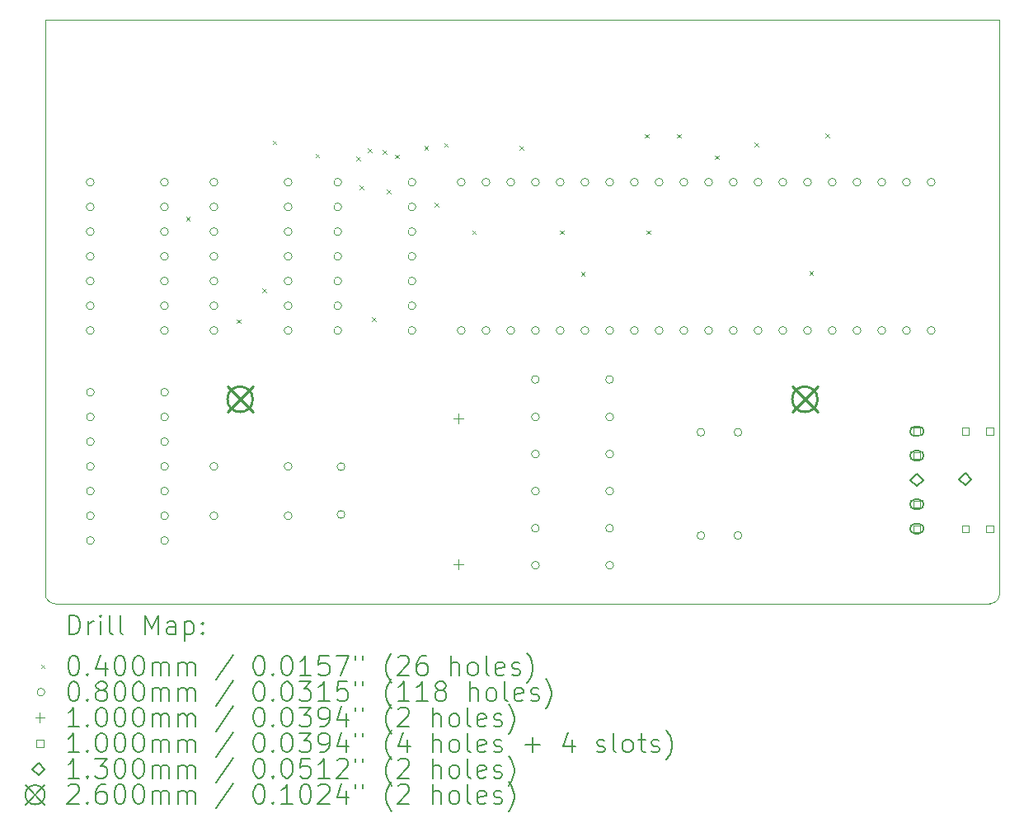
<source format=gbr>
%TF.GenerationSoftware,KiCad,Pcbnew,7.0.1*%
%TF.CreationDate,2023-07-19T12:38:50+03:00*%
%TF.ProjectId,deltaAY,64656c74-6141-4592-9e6b-696361645f70,rev?*%
%TF.SameCoordinates,Original*%
%TF.FileFunction,Drillmap*%
%TF.FilePolarity,Positive*%
%FSLAX45Y45*%
G04 Gerber Fmt 4.5, Leading zero omitted, Abs format (unit mm)*
G04 Created by KiCad (PCBNEW 7.0.1) date 2023-07-19 12:38:50*
%MOMM*%
%LPD*%
G01*
G04 APERTURE LIST*
%ADD10C,0.100000*%
%ADD11C,0.200000*%
%ADD12C,0.040000*%
%ADD13C,0.080000*%
%ADD14C,0.130000*%
%ADD15C,0.260000*%
G04 APERTURE END LIST*
D10*
X14800000Y-3000000D02*
X5000000Y-3000000D01*
X5000000Y-8900000D02*
G75*
G03*
X5100000Y-9000000I100000J0D01*
G01*
X5100000Y-9000000D02*
X14700000Y-9000000D01*
X5000000Y-3000000D02*
X5000000Y-8900000D01*
X14700000Y-9000000D02*
G75*
G03*
X14800000Y-8900000I0J100000D01*
G01*
X14800000Y-8900000D02*
X14800000Y-3000000D01*
D11*
D12*
X6444300Y-5021900D02*
X6484300Y-5061900D01*
X6484300Y-5021900D02*
X6444300Y-5061900D01*
X6965000Y-6078540D02*
X7005000Y-6118540D01*
X7005000Y-6078540D02*
X6965000Y-6118540D01*
X7226620Y-5761040D02*
X7266620Y-5801040D01*
X7266620Y-5761040D02*
X7226620Y-5801040D01*
X7333120Y-4241620D02*
X7373120Y-4281620D01*
X7373120Y-4241620D02*
X7333120Y-4281620D01*
X7775260Y-4376740D02*
X7815260Y-4416740D01*
X7815260Y-4376740D02*
X7775260Y-4416740D01*
X8191820Y-4406170D02*
X8231820Y-4446170D01*
X8231820Y-4406170D02*
X8191820Y-4446170D01*
X8227380Y-4701860D02*
X8267380Y-4741860D01*
X8267380Y-4701860D02*
X8227380Y-4741860D01*
X8308800Y-4319920D02*
X8348800Y-4359920D01*
X8348800Y-4319920D02*
X8308800Y-4359920D01*
X8353950Y-6059010D02*
X8393950Y-6099010D01*
X8393950Y-6059010D02*
X8353950Y-6099010D01*
X8466140Y-4338640D02*
X8506140Y-4378640D01*
X8506140Y-4338640D02*
X8466140Y-4378640D01*
X8504240Y-4747580D02*
X8544240Y-4787580D01*
X8544240Y-4747580D02*
X8504240Y-4787580D01*
X8591670Y-4384720D02*
X8631670Y-4424720D01*
X8631670Y-4384720D02*
X8591670Y-4424720D01*
X8892860Y-4298000D02*
X8932860Y-4338000D01*
X8932860Y-4298000D02*
X8892860Y-4338000D01*
X8999540Y-4879660D02*
X9039540Y-4919660D01*
X9039540Y-4879660D02*
X8999540Y-4919660D01*
X9094400Y-4267150D02*
X9134400Y-4307150D01*
X9134400Y-4267150D02*
X9094400Y-4307150D01*
X9382980Y-5162650D02*
X9422980Y-5202650D01*
X9422980Y-5162650D02*
X9382980Y-5202650D01*
X9868750Y-4295460D02*
X9908750Y-4335460D01*
X9908750Y-4295460D02*
X9868750Y-4335460D01*
X10287320Y-5162650D02*
X10327320Y-5202650D01*
X10327320Y-5162650D02*
X10287320Y-5202650D01*
X10500680Y-5593400D02*
X10540680Y-5633400D01*
X10540680Y-5593400D02*
X10500680Y-5633400D01*
X11158150Y-4173150D02*
X11198150Y-4213150D01*
X11198150Y-4173150D02*
X11158150Y-4213150D01*
X11174890Y-5162650D02*
X11214890Y-5202650D01*
X11214890Y-5162650D02*
X11174890Y-5202650D01*
X11485470Y-4173290D02*
X11525470Y-4213290D01*
X11525470Y-4173290D02*
X11485470Y-4213290D01*
X11877830Y-4393180D02*
X11917830Y-4433180D01*
X11917830Y-4393180D02*
X11877830Y-4433180D01*
X12281450Y-4263520D02*
X12321450Y-4303520D01*
X12321450Y-4263520D02*
X12281450Y-4303520D01*
X12845100Y-5585780D02*
X12885100Y-5625780D01*
X12885100Y-5585780D02*
X12845100Y-5625780D01*
X13008940Y-4170920D02*
X13048940Y-4210920D01*
X13048940Y-4170920D02*
X13008940Y-4210920D01*
D13*
X5501000Y-4668520D02*
G75*
G03*
X5501000Y-4668520I-40000J0D01*
G01*
X5501000Y-4922520D02*
G75*
G03*
X5501000Y-4922520I-40000J0D01*
G01*
X5501000Y-5176520D02*
G75*
G03*
X5501000Y-5176520I-40000J0D01*
G01*
X5501000Y-5430520D02*
G75*
G03*
X5501000Y-5430520I-40000J0D01*
G01*
X5501000Y-5684520D02*
G75*
G03*
X5501000Y-5684520I-40000J0D01*
G01*
X5501000Y-5938520D02*
G75*
G03*
X5501000Y-5938520I-40000J0D01*
G01*
X5501000Y-6192520D02*
G75*
G03*
X5501000Y-6192520I-40000J0D01*
G01*
X5502500Y-6827520D02*
G75*
G03*
X5502500Y-6827520I-40000J0D01*
G01*
X5502500Y-7081520D02*
G75*
G03*
X5502500Y-7081520I-40000J0D01*
G01*
X5502500Y-7335520D02*
G75*
G03*
X5502500Y-7335520I-40000J0D01*
G01*
X5502500Y-7589520D02*
G75*
G03*
X5502500Y-7589520I-40000J0D01*
G01*
X5502500Y-7843520D02*
G75*
G03*
X5502500Y-7843520I-40000J0D01*
G01*
X5502500Y-8097520D02*
G75*
G03*
X5502500Y-8097520I-40000J0D01*
G01*
X5502500Y-8351520D02*
G75*
G03*
X5502500Y-8351520I-40000J0D01*
G01*
X6263000Y-4668520D02*
G75*
G03*
X6263000Y-4668520I-40000J0D01*
G01*
X6263000Y-4922520D02*
G75*
G03*
X6263000Y-4922520I-40000J0D01*
G01*
X6263000Y-5176520D02*
G75*
G03*
X6263000Y-5176520I-40000J0D01*
G01*
X6263000Y-5430520D02*
G75*
G03*
X6263000Y-5430520I-40000J0D01*
G01*
X6263000Y-5684520D02*
G75*
G03*
X6263000Y-5684520I-40000J0D01*
G01*
X6263000Y-5938520D02*
G75*
G03*
X6263000Y-5938520I-40000J0D01*
G01*
X6263000Y-6192520D02*
G75*
G03*
X6263000Y-6192520I-40000J0D01*
G01*
X6264500Y-6827520D02*
G75*
G03*
X6264500Y-6827520I-40000J0D01*
G01*
X6264500Y-7081520D02*
G75*
G03*
X6264500Y-7081520I-40000J0D01*
G01*
X6264500Y-7335520D02*
G75*
G03*
X6264500Y-7335520I-40000J0D01*
G01*
X6264500Y-7589520D02*
G75*
G03*
X6264500Y-7589520I-40000J0D01*
G01*
X6264500Y-7843520D02*
G75*
G03*
X6264500Y-7843520I-40000J0D01*
G01*
X6264500Y-8097520D02*
G75*
G03*
X6264500Y-8097520I-40000J0D01*
G01*
X6264500Y-8351520D02*
G75*
G03*
X6264500Y-8351520I-40000J0D01*
G01*
X6771000Y-4668520D02*
G75*
G03*
X6771000Y-4668520I-40000J0D01*
G01*
X6771000Y-4922520D02*
G75*
G03*
X6771000Y-4922520I-40000J0D01*
G01*
X6771000Y-5176520D02*
G75*
G03*
X6771000Y-5176520I-40000J0D01*
G01*
X6771000Y-5430520D02*
G75*
G03*
X6771000Y-5430520I-40000J0D01*
G01*
X6771000Y-5684520D02*
G75*
G03*
X6771000Y-5684520I-40000J0D01*
G01*
X6771000Y-5938520D02*
G75*
G03*
X6771000Y-5938520I-40000J0D01*
G01*
X6771000Y-6192520D02*
G75*
G03*
X6771000Y-6192520I-40000J0D01*
G01*
X6771000Y-7589520D02*
G75*
G03*
X6771000Y-7589520I-40000J0D01*
G01*
X6771000Y-8097520D02*
G75*
G03*
X6771000Y-8097520I-40000J0D01*
G01*
X7533000Y-4668520D02*
G75*
G03*
X7533000Y-4668520I-40000J0D01*
G01*
X7533000Y-4922520D02*
G75*
G03*
X7533000Y-4922520I-40000J0D01*
G01*
X7533000Y-5176520D02*
G75*
G03*
X7533000Y-5176520I-40000J0D01*
G01*
X7533000Y-5430520D02*
G75*
G03*
X7533000Y-5430520I-40000J0D01*
G01*
X7533000Y-5684520D02*
G75*
G03*
X7533000Y-5684520I-40000J0D01*
G01*
X7533000Y-5938520D02*
G75*
G03*
X7533000Y-5938520I-40000J0D01*
G01*
X7533000Y-6192520D02*
G75*
G03*
X7533000Y-6192520I-40000J0D01*
G01*
X7533000Y-7589520D02*
G75*
G03*
X7533000Y-7589520I-40000J0D01*
G01*
X7533000Y-8097520D02*
G75*
G03*
X7533000Y-8097520I-40000J0D01*
G01*
X8042500Y-4669020D02*
G75*
G03*
X8042500Y-4669020I-40000J0D01*
G01*
X8042500Y-4923020D02*
G75*
G03*
X8042500Y-4923020I-40000J0D01*
G01*
X8042500Y-5177020D02*
G75*
G03*
X8042500Y-5177020I-40000J0D01*
G01*
X8042500Y-5431020D02*
G75*
G03*
X8042500Y-5431020I-40000J0D01*
G01*
X8042500Y-5685020D02*
G75*
G03*
X8042500Y-5685020I-40000J0D01*
G01*
X8042500Y-5939020D02*
G75*
G03*
X8042500Y-5939020I-40000J0D01*
G01*
X8042500Y-6193020D02*
G75*
G03*
X8042500Y-6193020I-40000J0D01*
G01*
X8076100Y-7593440D02*
G75*
G03*
X8076100Y-7593440I-40000J0D01*
G01*
X8076100Y-8083440D02*
G75*
G03*
X8076100Y-8083440I-40000J0D01*
G01*
X8804500Y-4669020D02*
G75*
G03*
X8804500Y-4669020I-40000J0D01*
G01*
X8804500Y-4923020D02*
G75*
G03*
X8804500Y-4923020I-40000J0D01*
G01*
X8804500Y-5177020D02*
G75*
G03*
X8804500Y-5177020I-40000J0D01*
G01*
X8804500Y-5431020D02*
G75*
G03*
X8804500Y-5431020I-40000J0D01*
G01*
X8804500Y-5685020D02*
G75*
G03*
X8804500Y-5685020I-40000J0D01*
G01*
X8804500Y-5939020D02*
G75*
G03*
X8804500Y-5939020I-40000J0D01*
G01*
X8804500Y-6193020D02*
G75*
G03*
X8804500Y-6193020I-40000J0D01*
G01*
X9311000Y-4668520D02*
G75*
G03*
X9311000Y-4668520I-40000J0D01*
G01*
X9311000Y-6192520D02*
G75*
G03*
X9311000Y-6192520I-40000J0D01*
G01*
X9565000Y-4668520D02*
G75*
G03*
X9565000Y-4668520I-40000J0D01*
G01*
X9565000Y-6192520D02*
G75*
G03*
X9565000Y-6192520I-40000J0D01*
G01*
X9819000Y-4668520D02*
G75*
G03*
X9819000Y-4668520I-40000J0D01*
G01*
X9819000Y-6192520D02*
G75*
G03*
X9819000Y-6192520I-40000J0D01*
G01*
X10072000Y-6696520D02*
G75*
G03*
X10072000Y-6696520I-40000J0D01*
G01*
X10072000Y-8224520D02*
G75*
G03*
X10072000Y-8224520I-40000J0D01*
G01*
X10073000Y-4668520D02*
G75*
G03*
X10073000Y-4668520I-40000J0D01*
G01*
X10073000Y-6192520D02*
G75*
G03*
X10073000Y-6192520I-40000J0D01*
G01*
X10073000Y-7081520D02*
G75*
G03*
X10073000Y-7081520I-40000J0D01*
G01*
X10073000Y-7462520D02*
G75*
G03*
X10073000Y-7462520I-40000J0D01*
G01*
X10073000Y-7843520D02*
G75*
G03*
X10073000Y-7843520I-40000J0D01*
G01*
X10073000Y-8605520D02*
G75*
G03*
X10073000Y-8605520I-40000J0D01*
G01*
X10327000Y-4668520D02*
G75*
G03*
X10327000Y-4668520I-40000J0D01*
G01*
X10327000Y-6192520D02*
G75*
G03*
X10327000Y-6192520I-40000J0D01*
G01*
X10581000Y-4668520D02*
G75*
G03*
X10581000Y-4668520I-40000J0D01*
G01*
X10581000Y-6192520D02*
G75*
G03*
X10581000Y-6192520I-40000J0D01*
G01*
X10834000Y-6696520D02*
G75*
G03*
X10834000Y-6696520I-40000J0D01*
G01*
X10834000Y-8224520D02*
G75*
G03*
X10834000Y-8224520I-40000J0D01*
G01*
X10835000Y-4668520D02*
G75*
G03*
X10835000Y-4668520I-40000J0D01*
G01*
X10835000Y-6192520D02*
G75*
G03*
X10835000Y-6192520I-40000J0D01*
G01*
X10835000Y-7081520D02*
G75*
G03*
X10835000Y-7081520I-40000J0D01*
G01*
X10835000Y-7462520D02*
G75*
G03*
X10835000Y-7462520I-40000J0D01*
G01*
X10835000Y-7843520D02*
G75*
G03*
X10835000Y-7843520I-40000J0D01*
G01*
X10835000Y-8605520D02*
G75*
G03*
X10835000Y-8605520I-40000J0D01*
G01*
X11089000Y-4668520D02*
G75*
G03*
X11089000Y-4668520I-40000J0D01*
G01*
X11089000Y-6192520D02*
G75*
G03*
X11089000Y-6192520I-40000J0D01*
G01*
X11343000Y-4668520D02*
G75*
G03*
X11343000Y-4668520I-40000J0D01*
G01*
X11343000Y-6192520D02*
G75*
G03*
X11343000Y-6192520I-40000J0D01*
G01*
X11597000Y-4668520D02*
G75*
G03*
X11597000Y-4668520I-40000J0D01*
G01*
X11597000Y-6192520D02*
G75*
G03*
X11597000Y-6192520I-40000J0D01*
G01*
X11772260Y-7239000D02*
G75*
G03*
X11772260Y-7239000I-40000J0D01*
G01*
X11772260Y-8300720D02*
G75*
G03*
X11772260Y-8300720I-40000J0D01*
G01*
X11851000Y-4668520D02*
G75*
G03*
X11851000Y-4668520I-40000J0D01*
G01*
X11851000Y-6192520D02*
G75*
G03*
X11851000Y-6192520I-40000J0D01*
G01*
X12105000Y-4668520D02*
G75*
G03*
X12105000Y-4668520I-40000J0D01*
G01*
X12105000Y-6192520D02*
G75*
G03*
X12105000Y-6192520I-40000J0D01*
G01*
X12152260Y-7239000D02*
G75*
G03*
X12152260Y-7239000I-40000J0D01*
G01*
X12152260Y-8300720D02*
G75*
G03*
X12152260Y-8300720I-40000J0D01*
G01*
X12359000Y-4668520D02*
G75*
G03*
X12359000Y-4668520I-40000J0D01*
G01*
X12359000Y-6192520D02*
G75*
G03*
X12359000Y-6192520I-40000J0D01*
G01*
X12613000Y-4668520D02*
G75*
G03*
X12613000Y-4668520I-40000J0D01*
G01*
X12613000Y-6192520D02*
G75*
G03*
X12613000Y-6192520I-40000J0D01*
G01*
X12867000Y-4668520D02*
G75*
G03*
X12867000Y-4668520I-40000J0D01*
G01*
X12867000Y-6192520D02*
G75*
G03*
X12867000Y-6192520I-40000J0D01*
G01*
X13121000Y-4668520D02*
G75*
G03*
X13121000Y-4668520I-40000J0D01*
G01*
X13121000Y-6192520D02*
G75*
G03*
X13121000Y-6192520I-40000J0D01*
G01*
X13375000Y-4668520D02*
G75*
G03*
X13375000Y-4668520I-40000J0D01*
G01*
X13375000Y-6192520D02*
G75*
G03*
X13375000Y-6192520I-40000J0D01*
G01*
X13629000Y-4668520D02*
G75*
G03*
X13629000Y-4668520I-40000J0D01*
G01*
X13629000Y-6192520D02*
G75*
G03*
X13629000Y-6192520I-40000J0D01*
G01*
X13883000Y-4668520D02*
G75*
G03*
X13883000Y-4668520I-40000J0D01*
G01*
X13883000Y-6192520D02*
G75*
G03*
X13883000Y-6192520I-40000J0D01*
G01*
X14137000Y-4668520D02*
G75*
G03*
X14137000Y-4668520I-40000J0D01*
G01*
X14137000Y-6192520D02*
G75*
G03*
X14137000Y-6192520I-40000J0D01*
G01*
D10*
X9242120Y-7044460D02*
X9242120Y-7144460D01*
X9192120Y-7094460D02*
X9292120Y-7094460D01*
X9242120Y-8545600D02*
X9242120Y-8645600D01*
X9192120Y-8595600D02*
X9292120Y-8595600D01*
X13985036Y-7264576D02*
X13985036Y-7193864D01*
X13914324Y-7193864D01*
X13914324Y-7264576D01*
X13985036Y-7264576D01*
D11*
X13969680Y-7179220D02*
X13929680Y-7179220D01*
X13929680Y-7179220D02*
G75*
G03*
X13929680Y-7279220I0J-50000D01*
G01*
X13929680Y-7279220D02*
X13969680Y-7279220D01*
X13969680Y-7279220D02*
G75*
G03*
X13969680Y-7179220I0J50000D01*
G01*
D10*
X13985036Y-7514576D02*
X13985036Y-7443864D01*
X13914324Y-7443864D01*
X13914324Y-7514576D01*
X13985036Y-7514576D01*
D11*
X13969680Y-7429220D02*
X13929680Y-7429220D01*
X13929680Y-7429220D02*
G75*
G03*
X13929680Y-7529220I0J-50000D01*
G01*
X13929680Y-7529220D02*
X13969680Y-7529220D01*
X13969680Y-7529220D02*
G75*
G03*
X13969680Y-7429220I0J50000D01*
G01*
D10*
X13985036Y-8014576D02*
X13985036Y-7943864D01*
X13914324Y-7943864D01*
X13914324Y-8014576D01*
X13985036Y-8014576D01*
D11*
X13969680Y-7929220D02*
X13929680Y-7929220D01*
X13929680Y-7929220D02*
G75*
G03*
X13929680Y-8029220I0J-50000D01*
G01*
X13929680Y-8029220D02*
X13969680Y-8029220D01*
X13969680Y-8029220D02*
G75*
G03*
X13969680Y-7929220I0J50000D01*
G01*
D10*
X13985036Y-8264576D02*
X13985036Y-8193864D01*
X13914324Y-8193864D01*
X13914324Y-8264576D01*
X13985036Y-8264576D01*
D11*
X13969680Y-8179220D02*
X13929680Y-8179220D01*
X13929680Y-8179220D02*
G75*
G03*
X13929680Y-8279220I0J-50000D01*
G01*
X13929680Y-8279220D02*
X13969680Y-8279220D01*
X13969680Y-8279220D02*
G75*
G03*
X13969680Y-8179220I0J50000D01*
G01*
D10*
X14485036Y-7264576D02*
X14485036Y-7193864D01*
X14414324Y-7193864D01*
X14414324Y-7264576D01*
X14485036Y-7264576D01*
X14485036Y-8264576D02*
X14485036Y-8193864D01*
X14414324Y-8193864D01*
X14414324Y-8264576D01*
X14485036Y-8264576D01*
X14735036Y-7264576D02*
X14735036Y-7193864D01*
X14664324Y-7193864D01*
X14664324Y-7264576D01*
X14735036Y-7264576D01*
X14735036Y-8264576D02*
X14735036Y-8193864D01*
X14664324Y-8193864D01*
X14664324Y-8264576D01*
X14735036Y-8264576D01*
D14*
X13949680Y-7794220D02*
X14014680Y-7729220D01*
X13949680Y-7664220D01*
X13884680Y-7729220D01*
X13949680Y-7794220D01*
X14445680Y-7786220D02*
X14510680Y-7721220D01*
X14445680Y-7656220D01*
X14380680Y-7721220D01*
X14445680Y-7786220D01*
D15*
X6870000Y-6770000D02*
X7130000Y-7030000D01*
X7130000Y-6770000D02*
X6870000Y-7030000D01*
X7130000Y-6900000D02*
G75*
G03*
X7130000Y-6900000I-130000J0D01*
G01*
X12670000Y-6770000D02*
X12930000Y-7030000D01*
X12930000Y-6770000D02*
X12670000Y-7030000D01*
X12930000Y-6900000D02*
G75*
G03*
X12930000Y-6900000I-130000J0D01*
G01*
D11*
X5242619Y-9317524D02*
X5242619Y-9117524D01*
X5242619Y-9117524D02*
X5290238Y-9117524D01*
X5290238Y-9117524D02*
X5318810Y-9127048D01*
X5318810Y-9127048D02*
X5337857Y-9146095D01*
X5337857Y-9146095D02*
X5347381Y-9165143D01*
X5347381Y-9165143D02*
X5356905Y-9203238D01*
X5356905Y-9203238D02*
X5356905Y-9231810D01*
X5356905Y-9231810D02*
X5347381Y-9269905D01*
X5347381Y-9269905D02*
X5337857Y-9288952D01*
X5337857Y-9288952D02*
X5318810Y-9308000D01*
X5318810Y-9308000D02*
X5290238Y-9317524D01*
X5290238Y-9317524D02*
X5242619Y-9317524D01*
X5442619Y-9317524D02*
X5442619Y-9184190D01*
X5442619Y-9222286D02*
X5452143Y-9203238D01*
X5452143Y-9203238D02*
X5461667Y-9193714D01*
X5461667Y-9193714D02*
X5480714Y-9184190D01*
X5480714Y-9184190D02*
X5499762Y-9184190D01*
X5566429Y-9317524D02*
X5566429Y-9184190D01*
X5566429Y-9117524D02*
X5556905Y-9127048D01*
X5556905Y-9127048D02*
X5566429Y-9136571D01*
X5566429Y-9136571D02*
X5575952Y-9127048D01*
X5575952Y-9127048D02*
X5566429Y-9117524D01*
X5566429Y-9117524D02*
X5566429Y-9136571D01*
X5690238Y-9317524D02*
X5671190Y-9308000D01*
X5671190Y-9308000D02*
X5661667Y-9288952D01*
X5661667Y-9288952D02*
X5661667Y-9117524D01*
X5795000Y-9317524D02*
X5775952Y-9308000D01*
X5775952Y-9308000D02*
X5766428Y-9288952D01*
X5766428Y-9288952D02*
X5766428Y-9117524D01*
X6023571Y-9317524D02*
X6023571Y-9117524D01*
X6023571Y-9117524D02*
X6090238Y-9260381D01*
X6090238Y-9260381D02*
X6156905Y-9117524D01*
X6156905Y-9117524D02*
X6156905Y-9317524D01*
X6337857Y-9317524D02*
X6337857Y-9212762D01*
X6337857Y-9212762D02*
X6328333Y-9193714D01*
X6328333Y-9193714D02*
X6309286Y-9184190D01*
X6309286Y-9184190D02*
X6271190Y-9184190D01*
X6271190Y-9184190D02*
X6252143Y-9193714D01*
X6337857Y-9308000D02*
X6318809Y-9317524D01*
X6318809Y-9317524D02*
X6271190Y-9317524D01*
X6271190Y-9317524D02*
X6252143Y-9308000D01*
X6252143Y-9308000D02*
X6242619Y-9288952D01*
X6242619Y-9288952D02*
X6242619Y-9269905D01*
X6242619Y-9269905D02*
X6252143Y-9250857D01*
X6252143Y-9250857D02*
X6271190Y-9241333D01*
X6271190Y-9241333D02*
X6318809Y-9241333D01*
X6318809Y-9241333D02*
X6337857Y-9231810D01*
X6433095Y-9184190D02*
X6433095Y-9384190D01*
X6433095Y-9193714D02*
X6452143Y-9184190D01*
X6452143Y-9184190D02*
X6490238Y-9184190D01*
X6490238Y-9184190D02*
X6509286Y-9193714D01*
X6509286Y-9193714D02*
X6518809Y-9203238D01*
X6518809Y-9203238D02*
X6528333Y-9222286D01*
X6528333Y-9222286D02*
X6528333Y-9279429D01*
X6528333Y-9279429D02*
X6518809Y-9298476D01*
X6518809Y-9298476D02*
X6509286Y-9308000D01*
X6509286Y-9308000D02*
X6490238Y-9317524D01*
X6490238Y-9317524D02*
X6452143Y-9317524D01*
X6452143Y-9317524D02*
X6433095Y-9308000D01*
X6614048Y-9298476D02*
X6623571Y-9308000D01*
X6623571Y-9308000D02*
X6614048Y-9317524D01*
X6614048Y-9317524D02*
X6604524Y-9308000D01*
X6604524Y-9308000D02*
X6614048Y-9298476D01*
X6614048Y-9298476D02*
X6614048Y-9317524D01*
X6614048Y-9193714D02*
X6623571Y-9203238D01*
X6623571Y-9203238D02*
X6614048Y-9212762D01*
X6614048Y-9212762D02*
X6604524Y-9203238D01*
X6604524Y-9203238D02*
X6614048Y-9193714D01*
X6614048Y-9193714D02*
X6614048Y-9212762D01*
D12*
X4955000Y-9625000D02*
X4995000Y-9665000D01*
X4995000Y-9625000D02*
X4955000Y-9665000D01*
D11*
X5280714Y-9537524D02*
X5299762Y-9537524D01*
X5299762Y-9537524D02*
X5318810Y-9547048D01*
X5318810Y-9547048D02*
X5328333Y-9556571D01*
X5328333Y-9556571D02*
X5337857Y-9575619D01*
X5337857Y-9575619D02*
X5347381Y-9613714D01*
X5347381Y-9613714D02*
X5347381Y-9661333D01*
X5347381Y-9661333D02*
X5337857Y-9699429D01*
X5337857Y-9699429D02*
X5328333Y-9718476D01*
X5328333Y-9718476D02*
X5318810Y-9728000D01*
X5318810Y-9728000D02*
X5299762Y-9737524D01*
X5299762Y-9737524D02*
X5280714Y-9737524D01*
X5280714Y-9737524D02*
X5261667Y-9728000D01*
X5261667Y-9728000D02*
X5252143Y-9718476D01*
X5252143Y-9718476D02*
X5242619Y-9699429D01*
X5242619Y-9699429D02*
X5233095Y-9661333D01*
X5233095Y-9661333D02*
X5233095Y-9613714D01*
X5233095Y-9613714D02*
X5242619Y-9575619D01*
X5242619Y-9575619D02*
X5252143Y-9556571D01*
X5252143Y-9556571D02*
X5261667Y-9547048D01*
X5261667Y-9547048D02*
X5280714Y-9537524D01*
X5433095Y-9718476D02*
X5442619Y-9728000D01*
X5442619Y-9728000D02*
X5433095Y-9737524D01*
X5433095Y-9737524D02*
X5423571Y-9728000D01*
X5423571Y-9728000D02*
X5433095Y-9718476D01*
X5433095Y-9718476D02*
X5433095Y-9737524D01*
X5614048Y-9604190D02*
X5614048Y-9737524D01*
X5566429Y-9528000D02*
X5518810Y-9670857D01*
X5518810Y-9670857D02*
X5642619Y-9670857D01*
X5756905Y-9537524D02*
X5775952Y-9537524D01*
X5775952Y-9537524D02*
X5795000Y-9547048D01*
X5795000Y-9547048D02*
X5804524Y-9556571D01*
X5804524Y-9556571D02*
X5814048Y-9575619D01*
X5814048Y-9575619D02*
X5823571Y-9613714D01*
X5823571Y-9613714D02*
X5823571Y-9661333D01*
X5823571Y-9661333D02*
X5814048Y-9699429D01*
X5814048Y-9699429D02*
X5804524Y-9718476D01*
X5804524Y-9718476D02*
X5795000Y-9728000D01*
X5795000Y-9728000D02*
X5775952Y-9737524D01*
X5775952Y-9737524D02*
X5756905Y-9737524D01*
X5756905Y-9737524D02*
X5737857Y-9728000D01*
X5737857Y-9728000D02*
X5728333Y-9718476D01*
X5728333Y-9718476D02*
X5718809Y-9699429D01*
X5718809Y-9699429D02*
X5709286Y-9661333D01*
X5709286Y-9661333D02*
X5709286Y-9613714D01*
X5709286Y-9613714D02*
X5718809Y-9575619D01*
X5718809Y-9575619D02*
X5728333Y-9556571D01*
X5728333Y-9556571D02*
X5737857Y-9547048D01*
X5737857Y-9547048D02*
X5756905Y-9537524D01*
X5947381Y-9537524D02*
X5966429Y-9537524D01*
X5966429Y-9537524D02*
X5985476Y-9547048D01*
X5985476Y-9547048D02*
X5995000Y-9556571D01*
X5995000Y-9556571D02*
X6004524Y-9575619D01*
X6004524Y-9575619D02*
X6014048Y-9613714D01*
X6014048Y-9613714D02*
X6014048Y-9661333D01*
X6014048Y-9661333D02*
X6004524Y-9699429D01*
X6004524Y-9699429D02*
X5995000Y-9718476D01*
X5995000Y-9718476D02*
X5985476Y-9728000D01*
X5985476Y-9728000D02*
X5966429Y-9737524D01*
X5966429Y-9737524D02*
X5947381Y-9737524D01*
X5947381Y-9737524D02*
X5928333Y-9728000D01*
X5928333Y-9728000D02*
X5918809Y-9718476D01*
X5918809Y-9718476D02*
X5909286Y-9699429D01*
X5909286Y-9699429D02*
X5899762Y-9661333D01*
X5899762Y-9661333D02*
X5899762Y-9613714D01*
X5899762Y-9613714D02*
X5909286Y-9575619D01*
X5909286Y-9575619D02*
X5918809Y-9556571D01*
X5918809Y-9556571D02*
X5928333Y-9547048D01*
X5928333Y-9547048D02*
X5947381Y-9537524D01*
X6099762Y-9737524D02*
X6099762Y-9604190D01*
X6099762Y-9623238D02*
X6109286Y-9613714D01*
X6109286Y-9613714D02*
X6128333Y-9604190D01*
X6128333Y-9604190D02*
X6156905Y-9604190D01*
X6156905Y-9604190D02*
X6175952Y-9613714D01*
X6175952Y-9613714D02*
X6185476Y-9632762D01*
X6185476Y-9632762D02*
X6185476Y-9737524D01*
X6185476Y-9632762D02*
X6195000Y-9613714D01*
X6195000Y-9613714D02*
X6214048Y-9604190D01*
X6214048Y-9604190D02*
X6242619Y-9604190D01*
X6242619Y-9604190D02*
X6261667Y-9613714D01*
X6261667Y-9613714D02*
X6271190Y-9632762D01*
X6271190Y-9632762D02*
X6271190Y-9737524D01*
X6366429Y-9737524D02*
X6366429Y-9604190D01*
X6366429Y-9623238D02*
X6375952Y-9613714D01*
X6375952Y-9613714D02*
X6395000Y-9604190D01*
X6395000Y-9604190D02*
X6423571Y-9604190D01*
X6423571Y-9604190D02*
X6442619Y-9613714D01*
X6442619Y-9613714D02*
X6452143Y-9632762D01*
X6452143Y-9632762D02*
X6452143Y-9737524D01*
X6452143Y-9632762D02*
X6461667Y-9613714D01*
X6461667Y-9613714D02*
X6480714Y-9604190D01*
X6480714Y-9604190D02*
X6509286Y-9604190D01*
X6509286Y-9604190D02*
X6528333Y-9613714D01*
X6528333Y-9613714D02*
X6537857Y-9632762D01*
X6537857Y-9632762D02*
X6537857Y-9737524D01*
X6928333Y-9528000D02*
X6756905Y-9785143D01*
X7185476Y-9537524D02*
X7204524Y-9537524D01*
X7204524Y-9537524D02*
X7223572Y-9547048D01*
X7223572Y-9547048D02*
X7233095Y-9556571D01*
X7233095Y-9556571D02*
X7242619Y-9575619D01*
X7242619Y-9575619D02*
X7252143Y-9613714D01*
X7252143Y-9613714D02*
X7252143Y-9661333D01*
X7252143Y-9661333D02*
X7242619Y-9699429D01*
X7242619Y-9699429D02*
X7233095Y-9718476D01*
X7233095Y-9718476D02*
X7223572Y-9728000D01*
X7223572Y-9728000D02*
X7204524Y-9737524D01*
X7204524Y-9737524D02*
X7185476Y-9737524D01*
X7185476Y-9737524D02*
X7166429Y-9728000D01*
X7166429Y-9728000D02*
X7156905Y-9718476D01*
X7156905Y-9718476D02*
X7147381Y-9699429D01*
X7147381Y-9699429D02*
X7137857Y-9661333D01*
X7137857Y-9661333D02*
X7137857Y-9613714D01*
X7137857Y-9613714D02*
X7147381Y-9575619D01*
X7147381Y-9575619D02*
X7156905Y-9556571D01*
X7156905Y-9556571D02*
X7166429Y-9547048D01*
X7166429Y-9547048D02*
X7185476Y-9537524D01*
X7337857Y-9718476D02*
X7347381Y-9728000D01*
X7347381Y-9728000D02*
X7337857Y-9737524D01*
X7337857Y-9737524D02*
X7328333Y-9728000D01*
X7328333Y-9728000D02*
X7337857Y-9718476D01*
X7337857Y-9718476D02*
X7337857Y-9737524D01*
X7471191Y-9537524D02*
X7490238Y-9537524D01*
X7490238Y-9537524D02*
X7509286Y-9547048D01*
X7509286Y-9547048D02*
X7518810Y-9556571D01*
X7518810Y-9556571D02*
X7528333Y-9575619D01*
X7528333Y-9575619D02*
X7537857Y-9613714D01*
X7537857Y-9613714D02*
X7537857Y-9661333D01*
X7537857Y-9661333D02*
X7528333Y-9699429D01*
X7528333Y-9699429D02*
X7518810Y-9718476D01*
X7518810Y-9718476D02*
X7509286Y-9728000D01*
X7509286Y-9728000D02*
X7490238Y-9737524D01*
X7490238Y-9737524D02*
X7471191Y-9737524D01*
X7471191Y-9737524D02*
X7452143Y-9728000D01*
X7452143Y-9728000D02*
X7442619Y-9718476D01*
X7442619Y-9718476D02*
X7433095Y-9699429D01*
X7433095Y-9699429D02*
X7423572Y-9661333D01*
X7423572Y-9661333D02*
X7423572Y-9613714D01*
X7423572Y-9613714D02*
X7433095Y-9575619D01*
X7433095Y-9575619D02*
X7442619Y-9556571D01*
X7442619Y-9556571D02*
X7452143Y-9547048D01*
X7452143Y-9547048D02*
X7471191Y-9537524D01*
X7728333Y-9737524D02*
X7614048Y-9737524D01*
X7671191Y-9737524D02*
X7671191Y-9537524D01*
X7671191Y-9537524D02*
X7652143Y-9566095D01*
X7652143Y-9566095D02*
X7633095Y-9585143D01*
X7633095Y-9585143D02*
X7614048Y-9594667D01*
X7909286Y-9537524D02*
X7814048Y-9537524D01*
X7814048Y-9537524D02*
X7804524Y-9632762D01*
X7804524Y-9632762D02*
X7814048Y-9623238D01*
X7814048Y-9623238D02*
X7833095Y-9613714D01*
X7833095Y-9613714D02*
X7880714Y-9613714D01*
X7880714Y-9613714D02*
X7899762Y-9623238D01*
X7899762Y-9623238D02*
X7909286Y-9632762D01*
X7909286Y-9632762D02*
X7918810Y-9651810D01*
X7918810Y-9651810D02*
X7918810Y-9699429D01*
X7918810Y-9699429D02*
X7909286Y-9718476D01*
X7909286Y-9718476D02*
X7899762Y-9728000D01*
X7899762Y-9728000D02*
X7880714Y-9737524D01*
X7880714Y-9737524D02*
X7833095Y-9737524D01*
X7833095Y-9737524D02*
X7814048Y-9728000D01*
X7814048Y-9728000D02*
X7804524Y-9718476D01*
X7985476Y-9537524D02*
X8118810Y-9537524D01*
X8118810Y-9537524D02*
X8033095Y-9737524D01*
X8185476Y-9537524D02*
X8185476Y-9575619D01*
X8261667Y-9537524D02*
X8261667Y-9575619D01*
X8556905Y-9813714D02*
X8547381Y-9804190D01*
X8547381Y-9804190D02*
X8528334Y-9775619D01*
X8528334Y-9775619D02*
X8518810Y-9756571D01*
X8518810Y-9756571D02*
X8509286Y-9728000D01*
X8509286Y-9728000D02*
X8499762Y-9680381D01*
X8499762Y-9680381D02*
X8499762Y-9642286D01*
X8499762Y-9642286D02*
X8509286Y-9594667D01*
X8509286Y-9594667D02*
X8518810Y-9566095D01*
X8518810Y-9566095D02*
X8528334Y-9547048D01*
X8528334Y-9547048D02*
X8547381Y-9518476D01*
X8547381Y-9518476D02*
X8556905Y-9508952D01*
X8623572Y-9556571D02*
X8633096Y-9547048D01*
X8633096Y-9547048D02*
X8652143Y-9537524D01*
X8652143Y-9537524D02*
X8699762Y-9537524D01*
X8699762Y-9537524D02*
X8718810Y-9547048D01*
X8718810Y-9547048D02*
X8728334Y-9556571D01*
X8728334Y-9556571D02*
X8737857Y-9575619D01*
X8737857Y-9575619D02*
X8737857Y-9594667D01*
X8737857Y-9594667D02*
X8728334Y-9623238D01*
X8728334Y-9623238D02*
X8614048Y-9737524D01*
X8614048Y-9737524D02*
X8737857Y-9737524D01*
X8909286Y-9537524D02*
X8871191Y-9537524D01*
X8871191Y-9537524D02*
X8852143Y-9547048D01*
X8852143Y-9547048D02*
X8842619Y-9556571D01*
X8842619Y-9556571D02*
X8823572Y-9585143D01*
X8823572Y-9585143D02*
X8814048Y-9623238D01*
X8814048Y-9623238D02*
X8814048Y-9699429D01*
X8814048Y-9699429D02*
X8823572Y-9718476D01*
X8823572Y-9718476D02*
X8833096Y-9728000D01*
X8833096Y-9728000D02*
X8852143Y-9737524D01*
X8852143Y-9737524D02*
X8890238Y-9737524D01*
X8890238Y-9737524D02*
X8909286Y-9728000D01*
X8909286Y-9728000D02*
X8918810Y-9718476D01*
X8918810Y-9718476D02*
X8928334Y-9699429D01*
X8928334Y-9699429D02*
X8928334Y-9651810D01*
X8928334Y-9651810D02*
X8918810Y-9632762D01*
X8918810Y-9632762D02*
X8909286Y-9623238D01*
X8909286Y-9623238D02*
X8890238Y-9613714D01*
X8890238Y-9613714D02*
X8852143Y-9613714D01*
X8852143Y-9613714D02*
X8833096Y-9623238D01*
X8833096Y-9623238D02*
X8823572Y-9632762D01*
X8823572Y-9632762D02*
X8814048Y-9651810D01*
X9166429Y-9737524D02*
X9166429Y-9537524D01*
X9252143Y-9737524D02*
X9252143Y-9632762D01*
X9252143Y-9632762D02*
X9242619Y-9613714D01*
X9242619Y-9613714D02*
X9223572Y-9604190D01*
X9223572Y-9604190D02*
X9195000Y-9604190D01*
X9195000Y-9604190D02*
X9175953Y-9613714D01*
X9175953Y-9613714D02*
X9166429Y-9623238D01*
X9375953Y-9737524D02*
X9356905Y-9728000D01*
X9356905Y-9728000D02*
X9347381Y-9718476D01*
X9347381Y-9718476D02*
X9337858Y-9699429D01*
X9337858Y-9699429D02*
X9337858Y-9642286D01*
X9337858Y-9642286D02*
X9347381Y-9623238D01*
X9347381Y-9623238D02*
X9356905Y-9613714D01*
X9356905Y-9613714D02*
X9375953Y-9604190D01*
X9375953Y-9604190D02*
X9404524Y-9604190D01*
X9404524Y-9604190D02*
X9423572Y-9613714D01*
X9423572Y-9613714D02*
X9433096Y-9623238D01*
X9433096Y-9623238D02*
X9442619Y-9642286D01*
X9442619Y-9642286D02*
X9442619Y-9699429D01*
X9442619Y-9699429D02*
X9433096Y-9718476D01*
X9433096Y-9718476D02*
X9423572Y-9728000D01*
X9423572Y-9728000D02*
X9404524Y-9737524D01*
X9404524Y-9737524D02*
X9375953Y-9737524D01*
X9556905Y-9737524D02*
X9537858Y-9728000D01*
X9537858Y-9728000D02*
X9528334Y-9708952D01*
X9528334Y-9708952D02*
X9528334Y-9537524D01*
X9709286Y-9728000D02*
X9690239Y-9737524D01*
X9690239Y-9737524D02*
X9652143Y-9737524D01*
X9652143Y-9737524D02*
X9633096Y-9728000D01*
X9633096Y-9728000D02*
X9623572Y-9708952D01*
X9623572Y-9708952D02*
X9623572Y-9632762D01*
X9623572Y-9632762D02*
X9633096Y-9613714D01*
X9633096Y-9613714D02*
X9652143Y-9604190D01*
X9652143Y-9604190D02*
X9690239Y-9604190D01*
X9690239Y-9604190D02*
X9709286Y-9613714D01*
X9709286Y-9613714D02*
X9718810Y-9632762D01*
X9718810Y-9632762D02*
X9718810Y-9651810D01*
X9718810Y-9651810D02*
X9623572Y-9670857D01*
X9795000Y-9728000D02*
X9814048Y-9737524D01*
X9814048Y-9737524D02*
X9852143Y-9737524D01*
X9852143Y-9737524D02*
X9871191Y-9728000D01*
X9871191Y-9728000D02*
X9880715Y-9708952D01*
X9880715Y-9708952D02*
X9880715Y-9699429D01*
X9880715Y-9699429D02*
X9871191Y-9680381D01*
X9871191Y-9680381D02*
X9852143Y-9670857D01*
X9852143Y-9670857D02*
X9823572Y-9670857D01*
X9823572Y-9670857D02*
X9804524Y-9661333D01*
X9804524Y-9661333D02*
X9795000Y-9642286D01*
X9795000Y-9642286D02*
X9795000Y-9632762D01*
X9795000Y-9632762D02*
X9804524Y-9613714D01*
X9804524Y-9613714D02*
X9823572Y-9604190D01*
X9823572Y-9604190D02*
X9852143Y-9604190D01*
X9852143Y-9604190D02*
X9871191Y-9613714D01*
X9947381Y-9813714D02*
X9956905Y-9804190D01*
X9956905Y-9804190D02*
X9975953Y-9775619D01*
X9975953Y-9775619D02*
X9985477Y-9756571D01*
X9985477Y-9756571D02*
X9995000Y-9728000D01*
X9995000Y-9728000D02*
X10004524Y-9680381D01*
X10004524Y-9680381D02*
X10004524Y-9642286D01*
X10004524Y-9642286D02*
X9995000Y-9594667D01*
X9995000Y-9594667D02*
X9985477Y-9566095D01*
X9985477Y-9566095D02*
X9975953Y-9547048D01*
X9975953Y-9547048D02*
X9956905Y-9518476D01*
X9956905Y-9518476D02*
X9947381Y-9508952D01*
D13*
X4995000Y-9909000D02*
G75*
G03*
X4995000Y-9909000I-40000J0D01*
G01*
D11*
X5280714Y-9801524D02*
X5299762Y-9801524D01*
X5299762Y-9801524D02*
X5318810Y-9811048D01*
X5318810Y-9811048D02*
X5328333Y-9820571D01*
X5328333Y-9820571D02*
X5337857Y-9839619D01*
X5337857Y-9839619D02*
X5347381Y-9877714D01*
X5347381Y-9877714D02*
X5347381Y-9925333D01*
X5347381Y-9925333D02*
X5337857Y-9963429D01*
X5337857Y-9963429D02*
X5328333Y-9982476D01*
X5328333Y-9982476D02*
X5318810Y-9992000D01*
X5318810Y-9992000D02*
X5299762Y-10001524D01*
X5299762Y-10001524D02*
X5280714Y-10001524D01*
X5280714Y-10001524D02*
X5261667Y-9992000D01*
X5261667Y-9992000D02*
X5252143Y-9982476D01*
X5252143Y-9982476D02*
X5242619Y-9963429D01*
X5242619Y-9963429D02*
X5233095Y-9925333D01*
X5233095Y-9925333D02*
X5233095Y-9877714D01*
X5233095Y-9877714D02*
X5242619Y-9839619D01*
X5242619Y-9839619D02*
X5252143Y-9820571D01*
X5252143Y-9820571D02*
X5261667Y-9811048D01*
X5261667Y-9811048D02*
X5280714Y-9801524D01*
X5433095Y-9982476D02*
X5442619Y-9992000D01*
X5442619Y-9992000D02*
X5433095Y-10001524D01*
X5433095Y-10001524D02*
X5423571Y-9992000D01*
X5423571Y-9992000D02*
X5433095Y-9982476D01*
X5433095Y-9982476D02*
X5433095Y-10001524D01*
X5556905Y-9887238D02*
X5537857Y-9877714D01*
X5537857Y-9877714D02*
X5528333Y-9868190D01*
X5528333Y-9868190D02*
X5518810Y-9849143D01*
X5518810Y-9849143D02*
X5518810Y-9839619D01*
X5518810Y-9839619D02*
X5528333Y-9820571D01*
X5528333Y-9820571D02*
X5537857Y-9811048D01*
X5537857Y-9811048D02*
X5556905Y-9801524D01*
X5556905Y-9801524D02*
X5595000Y-9801524D01*
X5595000Y-9801524D02*
X5614048Y-9811048D01*
X5614048Y-9811048D02*
X5623571Y-9820571D01*
X5623571Y-9820571D02*
X5633095Y-9839619D01*
X5633095Y-9839619D02*
X5633095Y-9849143D01*
X5633095Y-9849143D02*
X5623571Y-9868190D01*
X5623571Y-9868190D02*
X5614048Y-9877714D01*
X5614048Y-9877714D02*
X5595000Y-9887238D01*
X5595000Y-9887238D02*
X5556905Y-9887238D01*
X5556905Y-9887238D02*
X5537857Y-9896762D01*
X5537857Y-9896762D02*
X5528333Y-9906286D01*
X5528333Y-9906286D02*
X5518810Y-9925333D01*
X5518810Y-9925333D02*
X5518810Y-9963429D01*
X5518810Y-9963429D02*
X5528333Y-9982476D01*
X5528333Y-9982476D02*
X5537857Y-9992000D01*
X5537857Y-9992000D02*
X5556905Y-10001524D01*
X5556905Y-10001524D02*
X5595000Y-10001524D01*
X5595000Y-10001524D02*
X5614048Y-9992000D01*
X5614048Y-9992000D02*
X5623571Y-9982476D01*
X5623571Y-9982476D02*
X5633095Y-9963429D01*
X5633095Y-9963429D02*
X5633095Y-9925333D01*
X5633095Y-9925333D02*
X5623571Y-9906286D01*
X5623571Y-9906286D02*
X5614048Y-9896762D01*
X5614048Y-9896762D02*
X5595000Y-9887238D01*
X5756905Y-9801524D02*
X5775952Y-9801524D01*
X5775952Y-9801524D02*
X5795000Y-9811048D01*
X5795000Y-9811048D02*
X5804524Y-9820571D01*
X5804524Y-9820571D02*
X5814048Y-9839619D01*
X5814048Y-9839619D02*
X5823571Y-9877714D01*
X5823571Y-9877714D02*
X5823571Y-9925333D01*
X5823571Y-9925333D02*
X5814048Y-9963429D01*
X5814048Y-9963429D02*
X5804524Y-9982476D01*
X5804524Y-9982476D02*
X5795000Y-9992000D01*
X5795000Y-9992000D02*
X5775952Y-10001524D01*
X5775952Y-10001524D02*
X5756905Y-10001524D01*
X5756905Y-10001524D02*
X5737857Y-9992000D01*
X5737857Y-9992000D02*
X5728333Y-9982476D01*
X5728333Y-9982476D02*
X5718809Y-9963429D01*
X5718809Y-9963429D02*
X5709286Y-9925333D01*
X5709286Y-9925333D02*
X5709286Y-9877714D01*
X5709286Y-9877714D02*
X5718809Y-9839619D01*
X5718809Y-9839619D02*
X5728333Y-9820571D01*
X5728333Y-9820571D02*
X5737857Y-9811048D01*
X5737857Y-9811048D02*
X5756905Y-9801524D01*
X5947381Y-9801524D02*
X5966429Y-9801524D01*
X5966429Y-9801524D02*
X5985476Y-9811048D01*
X5985476Y-9811048D02*
X5995000Y-9820571D01*
X5995000Y-9820571D02*
X6004524Y-9839619D01*
X6004524Y-9839619D02*
X6014048Y-9877714D01*
X6014048Y-9877714D02*
X6014048Y-9925333D01*
X6014048Y-9925333D02*
X6004524Y-9963429D01*
X6004524Y-9963429D02*
X5995000Y-9982476D01*
X5995000Y-9982476D02*
X5985476Y-9992000D01*
X5985476Y-9992000D02*
X5966429Y-10001524D01*
X5966429Y-10001524D02*
X5947381Y-10001524D01*
X5947381Y-10001524D02*
X5928333Y-9992000D01*
X5928333Y-9992000D02*
X5918809Y-9982476D01*
X5918809Y-9982476D02*
X5909286Y-9963429D01*
X5909286Y-9963429D02*
X5899762Y-9925333D01*
X5899762Y-9925333D02*
X5899762Y-9877714D01*
X5899762Y-9877714D02*
X5909286Y-9839619D01*
X5909286Y-9839619D02*
X5918809Y-9820571D01*
X5918809Y-9820571D02*
X5928333Y-9811048D01*
X5928333Y-9811048D02*
X5947381Y-9801524D01*
X6099762Y-10001524D02*
X6099762Y-9868190D01*
X6099762Y-9887238D02*
X6109286Y-9877714D01*
X6109286Y-9877714D02*
X6128333Y-9868190D01*
X6128333Y-9868190D02*
X6156905Y-9868190D01*
X6156905Y-9868190D02*
X6175952Y-9877714D01*
X6175952Y-9877714D02*
X6185476Y-9896762D01*
X6185476Y-9896762D02*
X6185476Y-10001524D01*
X6185476Y-9896762D02*
X6195000Y-9877714D01*
X6195000Y-9877714D02*
X6214048Y-9868190D01*
X6214048Y-9868190D02*
X6242619Y-9868190D01*
X6242619Y-9868190D02*
X6261667Y-9877714D01*
X6261667Y-9877714D02*
X6271190Y-9896762D01*
X6271190Y-9896762D02*
X6271190Y-10001524D01*
X6366429Y-10001524D02*
X6366429Y-9868190D01*
X6366429Y-9887238D02*
X6375952Y-9877714D01*
X6375952Y-9877714D02*
X6395000Y-9868190D01*
X6395000Y-9868190D02*
X6423571Y-9868190D01*
X6423571Y-9868190D02*
X6442619Y-9877714D01*
X6442619Y-9877714D02*
X6452143Y-9896762D01*
X6452143Y-9896762D02*
X6452143Y-10001524D01*
X6452143Y-9896762D02*
X6461667Y-9877714D01*
X6461667Y-9877714D02*
X6480714Y-9868190D01*
X6480714Y-9868190D02*
X6509286Y-9868190D01*
X6509286Y-9868190D02*
X6528333Y-9877714D01*
X6528333Y-9877714D02*
X6537857Y-9896762D01*
X6537857Y-9896762D02*
X6537857Y-10001524D01*
X6928333Y-9792000D02*
X6756905Y-10049143D01*
X7185476Y-9801524D02*
X7204524Y-9801524D01*
X7204524Y-9801524D02*
X7223572Y-9811048D01*
X7223572Y-9811048D02*
X7233095Y-9820571D01*
X7233095Y-9820571D02*
X7242619Y-9839619D01*
X7242619Y-9839619D02*
X7252143Y-9877714D01*
X7252143Y-9877714D02*
X7252143Y-9925333D01*
X7252143Y-9925333D02*
X7242619Y-9963429D01*
X7242619Y-9963429D02*
X7233095Y-9982476D01*
X7233095Y-9982476D02*
X7223572Y-9992000D01*
X7223572Y-9992000D02*
X7204524Y-10001524D01*
X7204524Y-10001524D02*
X7185476Y-10001524D01*
X7185476Y-10001524D02*
X7166429Y-9992000D01*
X7166429Y-9992000D02*
X7156905Y-9982476D01*
X7156905Y-9982476D02*
X7147381Y-9963429D01*
X7147381Y-9963429D02*
X7137857Y-9925333D01*
X7137857Y-9925333D02*
X7137857Y-9877714D01*
X7137857Y-9877714D02*
X7147381Y-9839619D01*
X7147381Y-9839619D02*
X7156905Y-9820571D01*
X7156905Y-9820571D02*
X7166429Y-9811048D01*
X7166429Y-9811048D02*
X7185476Y-9801524D01*
X7337857Y-9982476D02*
X7347381Y-9992000D01*
X7347381Y-9992000D02*
X7337857Y-10001524D01*
X7337857Y-10001524D02*
X7328333Y-9992000D01*
X7328333Y-9992000D02*
X7337857Y-9982476D01*
X7337857Y-9982476D02*
X7337857Y-10001524D01*
X7471191Y-9801524D02*
X7490238Y-9801524D01*
X7490238Y-9801524D02*
X7509286Y-9811048D01*
X7509286Y-9811048D02*
X7518810Y-9820571D01*
X7518810Y-9820571D02*
X7528333Y-9839619D01*
X7528333Y-9839619D02*
X7537857Y-9877714D01*
X7537857Y-9877714D02*
X7537857Y-9925333D01*
X7537857Y-9925333D02*
X7528333Y-9963429D01*
X7528333Y-9963429D02*
X7518810Y-9982476D01*
X7518810Y-9982476D02*
X7509286Y-9992000D01*
X7509286Y-9992000D02*
X7490238Y-10001524D01*
X7490238Y-10001524D02*
X7471191Y-10001524D01*
X7471191Y-10001524D02*
X7452143Y-9992000D01*
X7452143Y-9992000D02*
X7442619Y-9982476D01*
X7442619Y-9982476D02*
X7433095Y-9963429D01*
X7433095Y-9963429D02*
X7423572Y-9925333D01*
X7423572Y-9925333D02*
X7423572Y-9877714D01*
X7423572Y-9877714D02*
X7433095Y-9839619D01*
X7433095Y-9839619D02*
X7442619Y-9820571D01*
X7442619Y-9820571D02*
X7452143Y-9811048D01*
X7452143Y-9811048D02*
X7471191Y-9801524D01*
X7604524Y-9801524D02*
X7728333Y-9801524D01*
X7728333Y-9801524D02*
X7661667Y-9877714D01*
X7661667Y-9877714D02*
X7690238Y-9877714D01*
X7690238Y-9877714D02*
X7709286Y-9887238D01*
X7709286Y-9887238D02*
X7718810Y-9896762D01*
X7718810Y-9896762D02*
X7728333Y-9915810D01*
X7728333Y-9915810D02*
X7728333Y-9963429D01*
X7728333Y-9963429D02*
X7718810Y-9982476D01*
X7718810Y-9982476D02*
X7709286Y-9992000D01*
X7709286Y-9992000D02*
X7690238Y-10001524D01*
X7690238Y-10001524D02*
X7633095Y-10001524D01*
X7633095Y-10001524D02*
X7614048Y-9992000D01*
X7614048Y-9992000D02*
X7604524Y-9982476D01*
X7918810Y-10001524D02*
X7804524Y-10001524D01*
X7861667Y-10001524D02*
X7861667Y-9801524D01*
X7861667Y-9801524D02*
X7842619Y-9830095D01*
X7842619Y-9830095D02*
X7823572Y-9849143D01*
X7823572Y-9849143D02*
X7804524Y-9858667D01*
X8099762Y-9801524D02*
X8004524Y-9801524D01*
X8004524Y-9801524D02*
X7995000Y-9896762D01*
X7995000Y-9896762D02*
X8004524Y-9887238D01*
X8004524Y-9887238D02*
X8023572Y-9877714D01*
X8023572Y-9877714D02*
X8071191Y-9877714D01*
X8071191Y-9877714D02*
X8090238Y-9887238D01*
X8090238Y-9887238D02*
X8099762Y-9896762D01*
X8099762Y-9896762D02*
X8109286Y-9915810D01*
X8109286Y-9915810D02*
X8109286Y-9963429D01*
X8109286Y-9963429D02*
X8099762Y-9982476D01*
X8099762Y-9982476D02*
X8090238Y-9992000D01*
X8090238Y-9992000D02*
X8071191Y-10001524D01*
X8071191Y-10001524D02*
X8023572Y-10001524D01*
X8023572Y-10001524D02*
X8004524Y-9992000D01*
X8004524Y-9992000D02*
X7995000Y-9982476D01*
X8185476Y-9801524D02*
X8185476Y-9839619D01*
X8261667Y-9801524D02*
X8261667Y-9839619D01*
X8556905Y-10077714D02*
X8547381Y-10068190D01*
X8547381Y-10068190D02*
X8528334Y-10039619D01*
X8528334Y-10039619D02*
X8518810Y-10020571D01*
X8518810Y-10020571D02*
X8509286Y-9992000D01*
X8509286Y-9992000D02*
X8499762Y-9944381D01*
X8499762Y-9944381D02*
X8499762Y-9906286D01*
X8499762Y-9906286D02*
X8509286Y-9858667D01*
X8509286Y-9858667D02*
X8518810Y-9830095D01*
X8518810Y-9830095D02*
X8528334Y-9811048D01*
X8528334Y-9811048D02*
X8547381Y-9782476D01*
X8547381Y-9782476D02*
X8556905Y-9772952D01*
X8737857Y-10001524D02*
X8623572Y-10001524D01*
X8680715Y-10001524D02*
X8680715Y-9801524D01*
X8680715Y-9801524D02*
X8661667Y-9830095D01*
X8661667Y-9830095D02*
X8642619Y-9849143D01*
X8642619Y-9849143D02*
X8623572Y-9858667D01*
X8928334Y-10001524D02*
X8814048Y-10001524D01*
X8871191Y-10001524D02*
X8871191Y-9801524D01*
X8871191Y-9801524D02*
X8852143Y-9830095D01*
X8852143Y-9830095D02*
X8833096Y-9849143D01*
X8833096Y-9849143D02*
X8814048Y-9858667D01*
X9042619Y-9887238D02*
X9023572Y-9877714D01*
X9023572Y-9877714D02*
X9014048Y-9868190D01*
X9014048Y-9868190D02*
X9004524Y-9849143D01*
X9004524Y-9849143D02*
X9004524Y-9839619D01*
X9004524Y-9839619D02*
X9014048Y-9820571D01*
X9014048Y-9820571D02*
X9023572Y-9811048D01*
X9023572Y-9811048D02*
X9042619Y-9801524D01*
X9042619Y-9801524D02*
X9080715Y-9801524D01*
X9080715Y-9801524D02*
X9099762Y-9811048D01*
X9099762Y-9811048D02*
X9109286Y-9820571D01*
X9109286Y-9820571D02*
X9118810Y-9839619D01*
X9118810Y-9839619D02*
X9118810Y-9849143D01*
X9118810Y-9849143D02*
X9109286Y-9868190D01*
X9109286Y-9868190D02*
X9099762Y-9877714D01*
X9099762Y-9877714D02*
X9080715Y-9887238D01*
X9080715Y-9887238D02*
X9042619Y-9887238D01*
X9042619Y-9887238D02*
X9023572Y-9896762D01*
X9023572Y-9896762D02*
X9014048Y-9906286D01*
X9014048Y-9906286D02*
X9004524Y-9925333D01*
X9004524Y-9925333D02*
X9004524Y-9963429D01*
X9004524Y-9963429D02*
X9014048Y-9982476D01*
X9014048Y-9982476D02*
X9023572Y-9992000D01*
X9023572Y-9992000D02*
X9042619Y-10001524D01*
X9042619Y-10001524D02*
X9080715Y-10001524D01*
X9080715Y-10001524D02*
X9099762Y-9992000D01*
X9099762Y-9992000D02*
X9109286Y-9982476D01*
X9109286Y-9982476D02*
X9118810Y-9963429D01*
X9118810Y-9963429D02*
X9118810Y-9925333D01*
X9118810Y-9925333D02*
X9109286Y-9906286D01*
X9109286Y-9906286D02*
X9099762Y-9896762D01*
X9099762Y-9896762D02*
X9080715Y-9887238D01*
X9356905Y-10001524D02*
X9356905Y-9801524D01*
X9442619Y-10001524D02*
X9442619Y-9896762D01*
X9442619Y-9896762D02*
X9433096Y-9877714D01*
X9433096Y-9877714D02*
X9414048Y-9868190D01*
X9414048Y-9868190D02*
X9385477Y-9868190D01*
X9385477Y-9868190D02*
X9366429Y-9877714D01*
X9366429Y-9877714D02*
X9356905Y-9887238D01*
X9566429Y-10001524D02*
X9547381Y-9992000D01*
X9547381Y-9992000D02*
X9537858Y-9982476D01*
X9537858Y-9982476D02*
X9528334Y-9963429D01*
X9528334Y-9963429D02*
X9528334Y-9906286D01*
X9528334Y-9906286D02*
X9537858Y-9887238D01*
X9537858Y-9887238D02*
X9547381Y-9877714D01*
X9547381Y-9877714D02*
X9566429Y-9868190D01*
X9566429Y-9868190D02*
X9595000Y-9868190D01*
X9595000Y-9868190D02*
X9614048Y-9877714D01*
X9614048Y-9877714D02*
X9623572Y-9887238D01*
X9623572Y-9887238D02*
X9633096Y-9906286D01*
X9633096Y-9906286D02*
X9633096Y-9963429D01*
X9633096Y-9963429D02*
X9623572Y-9982476D01*
X9623572Y-9982476D02*
X9614048Y-9992000D01*
X9614048Y-9992000D02*
X9595000Y-10001524D01*
X9595000Y-10001524D02*
X9566429Y-10001524D01*
X9747381Y-10001524D02*
X9728334Y-9992000D01*
X9728334Y-9992000D02*
X9718810Y-9972952D01*
X9718810Y-9972952D02*
X9718810Y-9801524D01*
X9899762Y-9992000D02*
X9880715Y-10001524D01*
X9880715Y-10001524D02*
X9842619Y-10001524D01*
X9842619Y-10001524D02*
X9823572Y-9992000D01*
X9823572Y-9992000D02*
X9814048Y-9972952D01*
X9814048Y-9972952D02*
X9814048Y-9896762D01*
X9814048Y-9896762D02*
X9823572Y-9877714D01*
X9823572Y-9877714D02*
X9842619Y-9868190D01*
X9842619Y-9868190D02*
X9880715Y-9868190D01*
X9880715Y-9868190D02*
X9899762Y-9877714D01*
X9899762Y-9877714D02*
X9909286Y-9896762D01*
X9909286Y-9896762D02*
X9909286Y-9915810D01*
X9909286Y-9915810D02*
X9814048Y-9934857D01*
X9985477Y-9992000D02*
X10004524Y-10001524D01*
X10004524Y-10001524D02*
X10042619Y-10001524D01*
X10042619Y-10001524D02*
X10061667Y-9992000D01*
X10061667Y-9992000D02*
X10071191Y-9972952D01*
X10071191Y-9972952D02*
X10071191Y-9963429D01*
X10071191Y-9963429D02*
X10061667Y-9944381D01*
X10061667Y-9944381D02*
X10042619Y-9934857D01*
X10042619Y-9934857D02*
X10014048Y-9934857D01*
X10014048Y-9934857D02*
X9995000Y-9925333D01*
X9995000Y-9925333D02*
X9985477Y-9906286D01*
X9985477Y-9906286D02*
X9985477Y-9896762D01*
X9985477Y-9896762D02*
X9995000Y-9877714D01*
X9995000Y-9877714D02*
X10014048Y-9868190D01*
X10014048Y-9868190D02*
X10042619Y-9868190D01*
X10042619Y-9868190D02*
X10061667Y-9877714D01*
X10137858Y-10077714D02*
X10147381Y-10068190D01*
X10147381Y-10068190D02*
X10166429Y-10039619D01*
X10166429Y-10039619D02*
X10175953Y-10020571D01*
X10175953Y-10020571D02*
X10185477Y-9992000D01*
X10185477Y-9992000D02*
X10195000Y-9944381D01*
X10195000Y-9944381D02*
X10195000Y-9906286D01*
X10195000Y-9906286D02*
X10185477Y-9858667D01*
X10185477Y-9858667D02*
X10175953Y-9830095D01*
X10175953Y-9830095D02*
X10166429Y-9811048D01*
X10166429Y-9811048D02*
X10147381Y-9782476D01*
X10147381Y-9782476D02*
X10137858Y-9772952D01*
D10*
X4945000Y-10123000D02*
X4945000Y-10223000D01*
X4895000Y-10173000D02*
X4995000Y-10173000D01*
D11*
X5347381Y-10265524D02*
X5233095Y-10265524D01*
X5290238Y-10265524D02*
X5290238Y-10065524D01*
X5290238Y-10065524D02*
X5271190Y-10094095D01*
X5271190Y-10094095D02*
X5252143Y-10113143D01*
X5252143Y-10113143D02*
X5233095Y-10122667D01*
X5433095Y-10246476D02*
X5442619Y-10256000D01*
X5442619Y-10256000D02*
X5433095Y-10265524D01*
X5433095Y-10265524D02*
X5423571Y-10256000D01*
X5423571Y-10256000D02*
X5433095Y-10246476D01*
X5433095Y-10246476D02*
X5433095Y-10265524D01*
X5566429Y-10065524D02*
X5585476Y-10065524D01*
X5585476Y-10065524D02*
X5604524Y-10075048D01*
X5604524Y-10075048D02*
X5614048Y-10084571D01*
X5614048Y-10084571D02*
X5623571Y-10103619D01*
X5623571Y-10103619D02*
X5633095Y-10141714D01*
X5633095Y-10141714D02*
X5633095Y-10189333D01*
X5633095Y-10189333D02*
X5623571Y-10227429D01*
X5623571Y-10227429D02*
X5614048Y-10246476D01*
X5614048Y-10246476D02*
X5604524Y-10256000D01*
X5604524Y-10256000D02*
X5585476Y-10265524D01*
X5585476Y-10265524D02*
X5566429Y-10265524D01*
X5566429Y-10265524D02*
X5547381Y-10256000D01*
X5547381Y-10256000D02*
X5537857Y-10246476D01*
X5537857Y-10246476D02*
X5528333Y-10227429D01*
X5528333Y-10227429D02*
X5518810Y-10189333D01*
X5518810Y-10189333D02*
X5518810Y-10141714D01*
X5518810Y-10141714D02*
X5528333Y-10103619D01*
X5528333Y-10103619D02*
X5537857Y-10084571D01*
X5537857Y-10084571D02*
X5547381Y-10075048D01*
X5547381Y-10075048D02*
X5566429Y-10065524D01*
X5756905Y-10065524D02*
X5775952Y-10065524D01*
X5775952Y-10065524D02*
X5795000Y-10075048D01*
X5795000Y-10075048D02*
X5804524Y-10084571D01*
X5804524Y-10084571D02*
X5814048Y-10103619D01*
X5814048Y-10103619D02*
X5823571Y-10141714D01*
X5823571Y-10141714D02*
X5823571Y-10189333D01*
X5823571Y-10189333D02*
X5814048Y-10227429D01*
X5814048Y-10227429D02*
X5804524Y-10246476D01*
X5804524Y-10246476D02*
X5795000Y-10256000D01*
X5795000Y-10256000D02*
X5775952Y-10265524D01*
X5775952Y-10265524D02*
X5756905Y-10265524D01*
X5756905Y-10265524D02*
X5737857Y-10256000D01*
X5737857Y-10256000D02*
X5728333Y-10246476D01*
X5728333Y-10246476D02*
X5718809Y-10227429D01*
X5718809Y-10227429D02*
X5709286Y-10189333D01*
X5709286Y-10189333D02*
X5709286Y-10141714D01*
X5709286Y-10141714D02*
X5718809Y-10103619D01*
X5718809Y-10103619D02*
X5728333Y-10084571D01*
X5728333Y-10084571D02*
X5737857Y-10075048D01*
X5737857Y-10075048D02*
X5756905Y-10065524D01*
X5947381Y-10065524D02*
X5966429Y-10065524D01*
X5966429Y-10065524D02*
X5985476Y-10075048D01*
X5985476Y-10075048D02*
X5995000Y-10084571D01*
X5995000Y-10084571D02*
X6004524Y-10103619D01*
X6004524Y-10103619D02*
X6014048Y-10141714D01*
X6014048Y-10141714D02*
X6014048Y-10189333D01*
X6014048Y-10189333D02*
X6004524Y-10227429D01*
X6004524Y-10227429D02*
X5995000Y-10246476D01*
X5995000Y-10246476D02*
X5985476Y-10256000D01*
X5985476Y-10256000D02*
X5966429Y-10265524D01*
X5966429Y-10265524D02*
X5947381Y-10265524D01*
X5947381Y-10265524D02*
X5928333Y-10256000D01*
X5928333Y-10256000D02*
X5918809Y-10246476D01*
X5918809Y-10246476D02*
X5909286Y-10227429D01*
X5909286Y-10227429D02*
X5899762Y-10189333D01*
X5899762Y-10189333D02*
X5899762Y-10141714D01*
X5899762Y-10141714D02*
X5909286Y-10103619D01*
X5909286Y-10103619D02*
X5918809Y-10084571D01*
X5918809Y-10084571D02*
X5928333Y-10075048D01*
X5928333Y-10075048D02*
X5947381Y-10065524D01*
X6099762Y-10265524D02*
X6099762Y-10132190D01*
X6099762Y-10151238D02*
X6109286Y-10141714D01*
X6109286Y-10141714D02*
X6128333Y-10132190D01*
X6128333Y-10132190D02*
X6156905Y-10132190D01*
X6156905Y-10132190D02*
X6175952Y-10141714D01*
X6175952Y-10141714D02*
X6185476Y-10160762D01*
X6185476Y-10160762D02*
X6185476Y-10265524D01*
X6185476Y-10160762D02*
X6195000Y-10141714D01*
X6195000Y-10141714D02*
X6214048Y-10132190D01*
X6214048Y-10132190D02*
X6242619Y-10132190D01*
X6242619Y-10132190D02*
X6261667Y-10141714D01*
X6261667Y-10141714D02*
X6271190Y-10160762D01*
X6271190Y-10160762D02*
X6271190Y-10265524D01*
X6366429Y-10265524D02*
X6366429Y-10132190D01*
X6366429Y-10151238D02*
X6375952Y-10141714D01*
X6375952Y-10141714D02*
X6395000Y-10132190D01*
X6395000Y-10132190D02*
X6423571Y-10132190D01*
X6423571Y-10132190D02*
X6442619Y-10141714D01*
X6442619Y-10141714D02*
X6452143Y-10160762D01*
X6452143Y-10160762D02*
X6452143Y-10265524D01*
X6452143Y-10160762D02*
X6461667Y-10141714D01*
X6461667Y-10141714D02*
X6480714Y-10132190D01*
X6480714Y-10132190D02*
X6509286Y-10132190D01*
X6509286Y-10132190D02*
X6528333Y-10141714D01*
X6528333Y-10141714D02*
X6537857Y-10160762D01*
X6537857Y-10160762D02*
X6537857Y-10265524D01*
X6928333Y-10056000D02*
X6756905Y-10313143D01*
X7185476Y-10065524D02*
X7204524Y-10065524D01*
X7204524Y-10065524D02*
X7223572Y-10075048D01*
X7223572Y-10075048D02*
X7233095Y-10084571D01*
X7233095Y-10084571D02*
X7242619Y-10103619D01*
X7242619Y-10103619D02*
X7252143Y-10141714D01*
X7252143Y-10141714D02*
X7252143Y-10189333D01*
X7252143Y-10189333D02*
X7242619Y-10227429D01*
X7242619Y-10227429D02*
X7233095Y-10246476D01*
X7233095Y-10246476D02*
X7223572Y-10256000D01*
X7223572Y-10256000D02*
X7204524Y-10265524D01*
X7204524Y-10265524D02*
X7185476Y-10265524D01*
X7185476Y-10265524D02*
X7166429Y-10256000D01*
X7166429Y-10256000D02*
X7156905Y-10246476D01*
X7156905Y-10246476D02*
X7147381Y-10227429D01*
X7147381Y-10227429D02*
X7137857Y-10189333D01*
X7137857Y-10189333D02*
X7137857Y-10141714D01*
X7137857Y-10141714D02*
X7147381Y-10103619D01*
X7147381Y-10103619D02*
X7156905Y-10084571D01*
X7156905Y-10084571D02*
X7166429Y-10075048D01*
X7166429Y-10075048D02*
X7185476Y-10065524D01*
X7337857Y-10246476D02*
X7347381Y-10256000D01*
X7347381Y-10256000D02*
X7337857Y-10265524D01*
X7337857Y-10265524D02*
X7328333Y-10256000D01*
X7328333Y-10256000D02*
X7337857Y-10246476D01*
X7337857Y-10246476D02*
X7337857Y-10265524D01*
X7471191Y-10065524D02*
X7490238Y-10065524D01*
X7490238Y-10065524D02*
X7509286Y-10075048D01*
X7509286Y-10075048D02*
X7518810Y-10084571D01*
X7518810Y-10084571D02*
X7528333Y-10103619D01*
X7528333Y-10103619D02*
X7537857Y-10141714D01*
X7537857Y-10141714D02*
X7537857Y-10189333D01*
X7537857Y-10189333D02*
X7528333Y-10227429D01*
X7528333Y-10227429D02*
X7518810Y-10246476D01*
X7518810Y-10246476D02*
X7509286Y-10256000D01*
X7509286Y-10256000D02*
X7490238Y-10265524D01*
X7490238Y-10265524D02*
X7471191Y-10265524D01*
X7471191Y-10265524D02*
X7452143Y-10256000D01*
X7452143Y-10256000D02*
X7442619Y-10246476D01*
X7442619Y-10246476D02*
X7433095Y-10227429D01*
X7433095Y-10227429D02*
X7423572Y-10189333D01*
X7423572Y-10189333D02*
X7423572Y-10141714D01*
X7423572Y-10141714D02*
X7433095Y-10103619D01*
X7433095Y-10103619D02*
X7442619Y-10084571D01*
X7442619Y-10084571D02*
X7452143Y-10075048D01*
X7452143Y-10075048D02*
X7471191Y-10065524D01*
X7604524Y-10065524D02*
X7728333Y-10065524D01*
X7728333Y-10065524D02*
X7661667Y-10141714D01*
X7661667Y-10141714D02*
X7690238Y-10141714D01*
X7690238Y-10141714D02*
X7709286Y-10151238D01*
X7709286Y-10151238D02*
X7718810Y-10160762D01*
X7718810Y-10160762D02*
X7728333Y-10179810D01*
X7728333Y-10179810D02*
X7728333Y-10227429D01*
X7728333Y-10227429D02*
X7718810Y-10246476D01*
X7718810Y-10246476D02*
X7709286Y-10256000D01*
X7709286Y-10256000D02*
X7690238Y-10265524D01*
X7690238Y-10265524D02*
X7633095Y-10265524D01*
X7633095Y-10265524D02*
X7614048Y-10256000D01*
X7614048Y-10256000D02*
X7604524Y-10246476D01*
X7823572Y-10265524D02*
X7861667Y-10265524D01*
X7861667Y-10265524D02*
X7880714Y-10256000D01*
X7880714Y-10256000D02*
X7890238Y-10246476D01*
X7890238Y-10246476D02*
X7909286Y-10217905D01*
X7909286Y-10217905D02*
X7918810Y-10179810D01*
X7918810Y-10179810D02*
X7918810Y-10103619D01*
X7918810Y-10103619D02*
X7909286Y-10084571D01*
X7909286Y-10084571D02*
X7899762Y-10075048D01*
X7899762Y-10075048D02*
X7880714Y-10065524D01*
X7880714Y-10065524D02*
X7842619Y-10065524D01*
X7842619Y-10065524D02*
X7823572Y-10075048D01*
X7823572Y-10075048D02*
X7814048Y-10084571D01*
X7814048Y-10084571D02*
X7804524Y-10103619D01*
X7804524Y-10103619D02*
X7804524Y-10151238D01*
X7804524Y-10151238D02*
X7814048Y-10170286D01*
X7814048Y-10170286D02*
X7823572Y-10179810D01*
X7823572Y-10179810D02*
X7842619Y-10189333D01*
X7842619Y-10189333D02*
X7880714Y-10189333D01*
X7880714Y-10189333D02*
X7899762Y-10179810D01*
X7899762Y-10179810D02*
X7909286Y-10170286D01*
X7909286Y-10170286D02*
X7918810Y-10151238D01*
X8090238Y-10132190D02*
X8090238Y-10265524D01*
X8042619Y-10056000D02*
X7995000Y-10198857D01*
X7995000Y-10198857D02*
X8118810Y-10198857D01*
X8185476Y-10065524D02*
X8185476Y-10103619D01*
X8261667Y-10065524D02*
X8261667Y-10103619D01*
X8556905Y-10341714D02*
X8547381Y-10332190D01*
X8547381Y-10332190D02*
X8528334Y-10303619D01*
X8528334Y-10303619D02*
X8518810Y-10284571D01*
X8518810Y-10284571D02*
X8509286Y-10256000D01*
X8509286Y-10256000D02*
X8499762Y-10208381D01*
X8499762Y-10208381D02*
X8499762Y-10170286D01*
X8499762Y-10170286D02*
X8509286Y-10122667D01*
X8509286Y-10122667D02*
X8518810Y-10094095D01*
X8518810Y-10094095D02*
X8528334Y-10075048D01*
X8528334Y-10075048D02*
X8547381Y-10046476D01*
X8547381Y-10046476D02*
X8556905Y-10036952D01*
X8623572Y-10084571D02*
X8633096Y-10075048D01*
X8633096Y-10075048D02*
X8652143Y-10065524D01*
X8652143Y-10065524D02*
X8699762Y-10065524D01*
X8699762Y-10065524D02*
X8718810Y-10075048D01*
X8718810Y-10075048D02*
X8728334Y-10084571D01*
X8728334Y-10084571D02*
X8737857Y-10103619D01*
X8737857Y-10103619D02*
X8737857Y-10122667D01*
X8737857Y-10122667D02*
X8728334Y-10151238D01*
X8728334Y-10151238D02*
X8614048Y-10265524D01*
X8614048Y-10265524D02*
X8737857Y-10265524D01*
X8975953Y-10265524D02*
X8975953Y-10065524D01*
X9061667Y-10265524D02*
X9061667Y-10160762D01*
X9061667Y-10160762D02*
X9052143Y-10141714D01*
X9052143Y-10141714D02*
X9033096Y-10132190D01*
X9033096Y-10132190D02*
X9004524Y-10132190D01*
X9004524Y-10132190D02*
X8985477Y-10141714D01*
X8985477Y-10141714D02*
X8975953Y-10151238D01*
X9185477Y-10265524D02*
X9166429Y-10256000D01*
X9166429Y-10256000D02*
X9156905Y-10246476D01*
X9156905Y-10246476D02*
X9147381Y-10227429D01*
X9147381Y-10227429D02*
X9147381Y-10170286D01*
X9147381Y-10170286D02*
X9156905Y-10151238D01*
X9156905Y-10151238D02*
X9166429Y-10141714D01*
X9166429Y-10141714D02*
X9185477Y-10132190D01*
X9185477Y-10132190D02*
X9214048Y-10132190D01*
X9214048Y-10132190D02*
X9233096Y-10141714D01*
X9233096Y-10141714D02*
X9242619Y-10151238D01*
X9242619Y-10151238D02*
X9252143Y-10170286D01*
X9252143Y-10170286D02*
X9252143Y-10227429D01*
X9252143Y-10227429D02*
X9242619Y-10246476D01*
X9242619Y-10246476D02*
X9233096Y-10256000D01*
X9233096Y-10256000D02*
X9214048Y-10265524D01*
X9214048Y-10265524D02*
X9185477Y-10265524D01*
X9366429Y-10265524D02*
X9347381Y-10256000D01*
X9347381Y-10256000D02*
X9337858Y-10236952D01*
X9337858Y-10236952D02*
X9337858Y-10065524D01*
X9518810Y-10256000D02*
X9499762Y-10265524D01*
X9499762Y-10265524D02*
X9461667Y-10265524D01*
X9461667Y-10265524D02*
X9442619Y-10256000D01*
X9442619Y-10256000D02*
X9433096Y-10236952D01*
X9433096Y-10236952D02*
X9433096Y-10160762D01*
X9433096Y-10160762D02*
X9442619Y-10141714D01*
X9442619Y-10141714D02*
X9461667Y-10132190D01*
X9461667Y-10132190D02*
X9499762Y-10132190D01*
X9499762Y-10132190D02*
X9518810Y-10141714D01*
X9518810Y-10141714D02*
X9528334Y-10160762D01*
X9528334Y-10160762D02*
X9528334Y-10179810D01*
X9528334Y-10179810D02*
X9433096Y-10198857D01*
X9604524Y-10256000D02*
X9623572Y-10265524D01*
X9623572Y-10265524D02*
X9661667Y-10265524D01*
X9661667Y-10265524D02*
X9680715Y-10256000D01*
X9680715Y-10256000D02*
X9690239Y-10236952D01*
X9690239Y-10236952D02*
X9690239Y-10227429D01*
X9690239Y-10227429D02*
X9680715Y-10208381D01*
X9680715Y-10208381D02*
X9661667Y-10198857D01*
X9661667Y-10198857D02*
X9633096Y-10198857D01*
X9633096Y-10198857D02*
X9614048Y-10189333D01*
X9614048Y-10189333D02*
X9604524Y-10170286D01*
X9604524Y-10170286D02*
X9604524Y-10160762D01*
X9604524Y-10160762D02*
X9614048Y-10141714D01*
X9614048Y-10141714D02*
X9633096Y-10132190D01*
X9633096Y-10132190D02*
X9661667Y-10132190D01*
X9661667Y-10132190D02*
X9680715Y-10141714D01*
X9756905Y-10341714D02*
X9766429Y-10332190D01*
X9766429Y-10332190D02*
X9785477Y-10303619D01*
X9785477Y-10303619D02*
X9795000Y-10284571D01*
X9795000Y-10284571D02*
X9804524Y-10256000D01*
X9804524Y-10256000D02*
X9814048Y-10208381D01*
X9814048Y-10208381D02*
X9814048Y-10170286D01*
X9814048Y-10170286D02*
X9804524Y-10122667D01*
X9804524Y-10122667D02*
X9795000Y-10094095D01*
X9795000Y-10094095D02*
X9785477Y-10075048D01*
X9785477Y-10075048D02*
X9766429Y-10046476D01*
X9766429Y-10046476D02*
X9756905Y-10036952D01*
D10*
X4980356Y-10472356D02*
X4980356Y-10401644D01*
X4909644Y-10401644D01*
X4909644Y-10472356D01*
X4980356Y-10472356D01*
D11*
X5347381Y-10529524D02*
X5233095Y-10529524D01*
X5290238Y-10529524D02*
X5290238Y-10329524D01*
X5290238Y-10329524D02*
X5271190Y-10358095D01*
X5271190Y-10358095D02*
X5252143Y-10377143D01*
X5252143Y-10377143D02*
X5233095Y-10386667D01*
X5433095Y-10510476D02*
X5442619Y-10520000D01*
X5442619Y-10520000D02*
X5433095Y-10529524D01*
X5433095Y-10529524D02*
X5423571Y-10520000D01*
X5423571Y-10520000D02*
X5433095Y-10510476D01*
X5433095Y-10510476D02*
X5433095Y-10529524D01*
X5566429Y-10329524D02*
X5585476Y-10329524D01*
X5585476Y-10329524D02*
X5604524Y-10339048D01*
X5604524Y-10339048D02*
X5614048Y-10348571D01*
X5614048Y-10348571D02*
X5623571Y-10367619D01*
X5623571Y-10367619D02*
X5633095Y-10405714D01*
X5633095Y-10405714D02*
X5633095Y-10453333D01*
X5633095Y-10453333D02*
X5623571Y-10491429D01*
X5623571Y-10491429D02*
X5614048Y-10510476D01*
X5614048Y-10510476D02*
X5604524Y-10520000D01*
X5604524Y-10520000D02*
X5585476Y-10529524D01*
X5585476Y-10529524D02*
X5566429Y-10529524D01*
X5566429Y-10529524D02*
X5547381Y-10520000D01*
X5547381Y-10520000D02*
X5537857Y-10510476D01*
X5537857Y-10510476D02*
X5528333Y-10491429D01*
X5528333Y-10491429D02*
X5518810Y-10453333D01*
X5518810Y-10453333D02*
X5518810Y-10405714D01*
X5518810Y-10405714D02*
X5528333Y-10367619D01*
X5528333Y-10367619D02*
X5537857Y-10348571D01*
X5537857Y-10348571D02*
X5547381Y-10339048D01*
X5547381Y-10339048D02*
X5566429Y-10329524D01*
X5756905Y-10329524D02*
X5775952Y-10329524D01*
X5775952Y-10329524D02*
X5795000Y-10339048D01*
X5795000Y-10339048D02*
X5804524Y-10348571D01*
X5804524Y-10348571D02*
X5814048Y-10367619D01*
X5814048Y-10367619D02*
X5823571Y-10405714D01*
X5823571Y-10405714D02*
X5823571Y-10453333D01*
X5823571Y-10453333D02*
X5814048Y-10491429D01*
X5814048Y-10491429D02*
X5804524Y-10510476D01*
X5804524Y-10510476D02*
X5795000Y-10520000D01*
X5795000Y-10520000D02*
X5775952Y-10529524D01*
X5775952Y-10529524D02*
X5756905Y-10529524D01*
X5756905Y-10529524D02*
X5737857Y-10520000D01*
X5737857Y-10520000D02*
X5728333Y-10510476D01*
X5728333Y-10510476D02*
X5718809Y-10491429D01*
X5718809Y-10491429D02*
X5709286Y-10453333D01*
X5709286Y-10453333D02*
X5709286Y-10405714D01*
X5709286Y-10405714D02*
X5718809Y-10367619D01*
X5718809Y-10367619D02*
X5728333Y-10348571D01*
X5728333Y-10348571D02*
X5737857Y-10339048D01*
X5737857Y-10339048D02*
X5756905Y-10329524D01*
X5947381Y-10329524D02*
X5966429Y-10329524D01*
X5966429Y-10329524D02*
X5985476Y-10339048D01*
X5985476Y-10339048D02*
X5995000Y-10348571D01*
X5995000Y-10348571D02*
X6004524Y-10367619D01*
X6004524Y-10367619D02*
X6014048Y-10405714D01*
X6014048Y-10405714D02*
X6014048Y-10453333D01*
X6014048Y-10453333D02*
X6004524Y-10491429D01*
X6004524Y-10491429D02*
X5995000Y-10510476D01*
X5995000Y-10510476D02*
X5985476Y-10520000D01*
X5985476Y-10520000D02*
X5966429Y-10529524D01*
X5966429Y-10529524D02*
X5947381Y-10529524D01*
X5947381Y-10529524D02*
X5928333Y-10520000D01*
X5928333Y-10520000D02*
X5918809Y-10510476D01*
X5918809Y-10510476D02*
X5909286Y-10491429D01*
X5909286Y-10491429D02*
X5899762Y-10453333D01*
X5899762Y-10453333D02*
X5899762Y-10405714D01*
X5899762Y-10405714D02*
X5909286Y-10367619D01*
X5909286Y-10367619D02*
X5918809Y-10348571D01*
X5918809Y-10348571D02*
X5928333Y-10339048D01*
X5928333Y-10339048D02*
X5947381Y-10329524D01*
X6099762Y-10529524D02*
X6099762Y-10396190D01*
X6099762Y-10415238D02*
X6109286Y-10405714D01*
X6109286Y-10405714D02*
X6128333Y-10396190D01*
X6128333Y-10396190D02*
X6156905Y-10396190D01*
X6156905Y-10396190D02*
X6175952Y-10405714D01*
X6175952Y-10405714D02*
X6185476Y-10424762D01*
X6185476Y-10424762D02*
X6185476Y-10529524D01*
X6185476Y-10424762D02*
X6195000Y-10405714D01*
X6195000Y-10405714D02*
X6214048Y-10396190D01*
X6214048Y-10396190D02*
X6242619Y-10396190D01*
X6242619Y-10396190D02*
X6261667Y-10405714D01*
X6261667Y-10405714D02*
X6271190Y-10424762D01*
X6271190Y-10424762D02*
X6271190Y-10529524D01*
X6366429Y-10529524D02*
X6366429Y-10396190D01*
X6366429Y-10415238D02*
X6375952Y-10405714D01*
X6375952Y-10405714D02*
X6395000Y-10396190D01*
X6395000Y-10396190D02*
X6423571Y-10396190D01*
X6423571Y-10396190D02*
X6442619Y-10405714D01*
X6442619Y-10405714D02*
X6452143Y-10424762D01*
X6452143Y-10424762D02*
X6452143Y-10529524D01*
X6452143Y-10424762D02*
X6461667Y-10405714D01*
X6461667Y-10405714D02*
X6480714Y-10396190D01*
X6480714Y-10396190D02*
X6509286Y-10396190D01*
X6509286Y-10396190D02*
X6528333Y-10405714D01*
X6528333Y-10405714D02*
X6537857Y-10424762D01*
X6537857Y-10424762D02*
X6537857Y-10529524D01*
X6928333Y-10320000D02*
X6756905Y-10577143D01*
X7185476Y-10329524D02*
X7204524Y-10329524D01*
X7204524Y-10329524D02*
X7223572Y-10339048D01*
X7223572Y-10339048D02*
X7233095Y-10348571D01*
X7233095Y-10348571D02*
X7242619Y-10367619D01*
X7242619Y-10367619D02*
X7252143Y-10405714D01*
X7252143Y-10405714D02*
X7252143Y-10453333D01*
X7252143Y-10453333D02*
X7242619Y-10491429D01*
X7242619Y-10491429D02*
X7233095Y-10510476D01*
X7233095Y-10510476D02*
X7223572Y-10520000D01*
X7223572Y-10520000D02*
X7204524Y-10529524D01*
X7204524Y-10529524D02*
X7185476Y-10529524D01*
X7185476Y-10529524D02*
X7166429Y-10520000D01*
X7166429Y-10520000D02*
X7156905Y-10510476D01*
X7156905Y-10510476D02*
X7147381Y-10491429D01*
X7147381Y-10491429D02*
X7137857Y-10453333D01*
X7137857Y-10453333D02*
X7137857Y-10405714D01*
X7137857Y-10405714D02*
X7147381Y-10367619D01*
X7147381Y-10367619D02*
X7156905Y-10348571D01*
X7156905Y-10348571D02*
X7166429Y-10339048D01*
X7166429Y-10339048D02*
X7185476Y-10329524D01*
X7337857Y-10510476D02*
X7347381Y-10520000D01*
X7347381Y-10520000D02*
X7337857Y-10529524D01*
X7337857Y-10529524D02*
X7328333Y-10520000D01*
X7328333Y-10520000D02*
X7337857Y-10510476D01*
X7337857Y-10510476D02*
X7337857Y-10529524D01*
X7471191Y-10329524D02*
X7490238Y-10329524D01*
X7490238Y-10329524D02*
X7509286Y-10339048D01*
X7509286Y-10339048D02*
X7518810Y-10348571D01*
X7518810Y-10348571D02*
X7528333Y-10367619D01*
X7528333Y-10367619D02*
X7537857Y-10405714D01*
X7537857Y-10405714D02*
X7537857Y-10453333D01*
X7537857Y-10453333D02*
X7528333Y-10491429D01*
X7528333Y-10491429D02*
X7518810Y-10510476D01*
X7518810Y-10510476D02*
X7509286Y-10520000D01*
X7509286Y-10520000D02*
X7490238Y-10529524D01*
X7490238Y-10529524D02*
X7471191Y-10529524D01*
X7471191Y-10529524D02*
X7452143Y-10520000D01*
X7452143Y-10520000D02*
X7442619Y-10510476D01*
X7442619Y-10510476D02*
X7433095Y-10491429D01*
X7433095Y-10491429D02*
X7423572Y-10453333D01*
X7423572Y-10453333D02*
X7423572Y-10405714D01*
X7423572Y-10405714D02*
X7433095Y-10367619D01*
X7433095Y-10367619D02*
X7442619Y-10348571D01*
X7442619Y-10348571D02*
X7452143Y-10339048D01*
X7452143Y-10339048D02*
X7471191Y-10329524D01*
X7604524Y-10329524D02*
X7728333Y-10329524D01*
X7728333Y-10329524D02*
X7661667Y-10405714D01*
X7661667Y-10405714D02*
X7690238Y-10405714D01*
X7690238Y-10405714D02*
X7709286Y-10415238D01*
X7709286Y-10415238D02*
X7718810Y-10424762D01*
X7718810Y-10424762D02*
X7728333Y-10443810D01*
X7728333Y-10443810D02*
X7728333Y-10491429D01*
X7728333Y-10491429D02*
X7718810Y-10510476D01*
X7718810Y-10510476D02*
X7709286Y-10520000D01*
X7709286Y-10520000D02*
X7690238Y-10529524D01*
X7690238Y-10529524D02*
X7633095Y-10529524D01*
X7633095Y-10529524D02*
X7614048Y-10520000D01*
X7614048Y-10520000D02*
X7604524Y-10510476D01*
X7823572Y-10529524D02*
X7861667Y-10529524D01*
X7861667Y-10529524D02*
X7880714Y-10520000D01*
X7880714Y-10520000D02*
X7890238Y-10510476D01*
X7890238Y-10510476D02*
X7909286Y-10481905D01*
X7909286Y-10481905D02*
X7918810Y-10443810D01*
X7918810Y-10443810D02*
X7918810Y-10367619D01*
X7918810Y-10367619D02*
X7909286Y-10348571D01*
X7909286Y-10348571D02*
X7899762Y-10339048D01*
X7899762Y-10339048D02*
X7880714Y-10329524D01*
X7880714Y-10329524D02*
X7842619Y-10329524D01*
X7842619Y-10329524D02*
X7823572Y-10339048D01*
X7823572Y-10339048D02*
X7814048Y-10348571D01*
X7814048Y-10348571D02*
X7804524Y-10367619D01*
X7804524Y-10367619D02*
X7804524Y-10415238D01*
X7804524Y-10415238D02*
X7814048Y-10434286D01*
X7814048Y-10434286D02*
X7823572Y-10443810D01*
X7823572Y-10443810D02*
X7842619Y-10453333D01*
X7842619Y-10453333D02*
X7880714Y-10453333D01*
X7880714Y-10453333D02*
X7899762Y-10443810D01*
X7899762Y-10443810D02*
X7909286Y-10434286D01*
X7909286Y-10434286D02*
X7918810Y-10415238D01*
X8090238Y-10396190D02*
X8090238Y-10529524D01*
X8042619Y-10320000D02*
X7995000Y-10462857D01*
X7995000Y-10462857D02*
X8118810Y-10462857D01*
X8185476Y-10329524D02*
X8185476Y-10367619D01*
X8261667Y-10329524D02*
X8261667Y-10367619D01*
X8556905Y-10605714D02*
X8547381Y-10596190D01*
X8547381Y-10596190D02*
X8528334Y-10567619D01*
X8528334Y-10567619D02*
X8518810Y-10548571D01*
X8518810Y-10548571D02*
X8509286Y-10520000D01*
X8509286Y-10520000D02*
X8499762Y-10472381D01*
X8499762Y-10472381D02*
X8499762Y-10434286D01*
X8499762Y-10434286D02*
X8509286Y-10386667D01*
X8509286Y-10386667D02*
X8518810Y-10358095D01*
X8518810Y-10358095D02*
X8528334Y-10339048D01*
X8528334Y-10339048D02*
X8547381Y-10310476D01*
X8547381Y-10310476D02*
X8556905Y-10300952D01*
X8718810Y-10396190D02*
X8718810Y-10529524D01*
X8671191Y-10320000D02*
X8623572Y-10462857D01*
X8623572Y-10462857D02*
X8747381Y-10462857D01*
X8975953Y-10529524D02*
X8975953Y-10329524D01*
X9061667Y-10529524D02*
X9061667Y-10424762D01*
X9061667Y-10424762D02*
X9052143Y-10405714D01*
X9052143Y-10405714D02*
X9033096Y-10396190D01*
X9033096Y-10396190D02*
X9004524Y-10396190D01*
X9004524Y-10396190D02*
X8985477Y-10405714D01*
X8985477Y-10405714D02*
X8975953Y-10415238D01*
X9185477Y-10529524D02*
X9166429Y-10520000D01*
X9166429Y-10520000D02*
X9156905Y-10510476D01*
X9156905Y-10510476D02*
X9147381Y-10491429D01*
X9147381Y-10491429D02*
X9147381Y-10434286D01*
X9147381Y-10434286D02*
X9156905Y-10415238D01*
X9156905Y-10415238D02*
X9166429Y-10405714D01*
X9166429Y-10405714D02*
X9185477Y-10396190D01*
X9185477Y-10396190D02*
X9214048Y-10396190D01*
X9214048Y-10396190D02*
X9233096Y-10405714D01*
X9233096Y-10405714D02*
X9242619Y-10415238D01*
X9242619Y-10415238D02*
X9252143Y-10434286D01*
X9252143Y-10434286D02*
X9252143Y-10491429D01*
X9252143Y-10491429D02*
X9242619Y-10510476D01*
X9242619Y-10510476D02*
X9233096Y-10520000D01*
X9233096Y-10520000D02*
X9214048Y-10529524D01*
X9214048Y-10529524D02*
X9185477Y-10529524D01*
X9366429Y-10529524D02*
X9347381Y-10520000D01*
X9347381Y-10520000D02*
X9337858Y-10500952D01*
X9337858Y-10500952D02*
X9337858Y-10329524D01*
X9518810Y-10520000D02*
X9499762Y-10529524D01*
X9499762Y-10529524D02*
X9461667Y-10529524D01*
X9461667Y-10529524D02*
X9442619Y-10520000D01*
X9442619Y-10520000D02*
X9433096Y-10500952D01*
X9433096Y-10500952D02*
X9433096Y-10424762D01*
X9433096Y-10424762D02*
X9442619Y-10405714D01*
X9442619Y-10405714D02*
X9461667Y-10396190D01*
X9461667Y-10396190D02*
X9499762Y-10396190D01*
X9499762Y-10396190D02*
X9518810Y-10405714D01*
X9518810Y-10405714D02*
X9528334Y-10424762D01*
X9528334Y-10424762D02*
X9528334Y-10443810D01*
X9528334Y-10443810D02*
X9433096Y-10462857D01*
X9604524Y-10520000D02*
X9623572Y-10529524D01*
X9623572Y-10529524D02*
X9661667Y-10529524D01*
X9661667Y-10529524D02*
X9680715Y-10520000D01*
X9680715Y-10520000D02*
X9690239Y-10500952D01*
X9690239Y-10500952D02*
X9690239Y-10491429D01*
X9690239Y-10491429D02*
X9680715Y-10472381D01*
X9680715Y-10472381D02*
X9661667Y-10462857D01*
X9661667Y-10462857D02*
X9633096Y-10462857D01*
X9633096Y-10462857D02*
X9614048Y-10453333D01*
X9614048Y-10453333D02*
X9604524Y-10434286D01*
X9604524Y-10434286D02*
X9604524Y-10424762D01*
X9604524Y-10424762D02*
X9614048Y-10405714D01*
X9614048Y-10405714D02*
X9633096Y-10396190D01*
X9633096Y-10396190D02*
X9661667Y-10396190D01*
X9661667Y-10396190D02*
X9680715Y-10405714D01*
X9928334Y-10453333D02*
X10080715Y-10453333D01*
X10004524Y-10529524D02*
X10004524Y-10377143D01*
X10414048Y-10396190D02*
X10414048Y-10529524D01*
X10366429Y-10320000D02*
X10318810Y-10462857D01*
X10318810Y-10462857D02*
X10442620Y-10462857D01*
X10661667Y-10520000D02*
X10680715Y-10529524D01*
X10680715Y-10529524D02*
X10718810Y-10529524D01*
X10718810Y-10529524D02*
X10737858Y-10520000D01*
X10737858Y-10520000D02*
X10747382Y-10500952D01*
X10747382Y-10500952D02*
X10747382Y-10491429D01*
X10747382Y-10491429D02*
X10737858Y-10472381D01*
X10737858Y-10472381D02*
X10718810Y-10462857D01*
X10718810Y-10462857D02*
X10690239Y-10462857D01*
X10690239Y-10462857D02*
X10671191Y-10453333D01*
X10671191Y-10453333D02*
X10661667Y-10434286D01*
X10661667Y-10434286D02*
X10661667Y-10424762D01*
X10661667Y-10424762D02*
X10671191Y-10405714D01*
X10671191Y-10405714D02*
X10690239Y-10396190D01*
X10690239Y-10396190D02*
X10718810Y-10396190D01*
X10718810Y-10396190D02*
X10737858Y-10405714D01*
X10861667Y-10529524D02*
X10842620Y-10520000D01*
X10842620Y-10520000D02*
X10833096Y-10500952D01*
X10833096Y-10500952D02*
X10833096Y-10329524D01*
X10966429Y-10529524D02*
X10947382Y-10520000D01*
X10947382Y-10520000D02*
X10937858Y-10510476D01*
X10937858Y-10510476D02*
X10928334Y-10491429D01*
X10928334Y-10491429D02*
X10928334Y-10434286D01*
X10928334Y-10434286D02*
X10937858Y-10415238D01*
X10937858Y-10415238D02*
X10947382Y-10405714D01*
X10947382Y-10405714D02*
X10966429Y-10396190D01*
X10966429Y-10396190D02*
X10995001Y-10396190D01*
X10995001Y-10396190D02*
X11014048Y-10405714D01*
X11014048Y-10405714D02*
X11023572Y-10415238D01*
X11023572Y-10415238D02*
X11033096Y-10434286D01*
X11033096Y-10434286D02*
X11033096Y-10491429D01*
X11033096Y-10491429D02*
X11023572Y-10510476D01*
X11023572Y-10510476D02*
X11014048Y-10520000D01*
X11014048Y-10520000D02*
X10995001Y-10529524D01*
X10995001Y-10529524D02*
X10966429Y-10529524D01*
X11090239Y-10396190D02*
X11166429Y-10396190D01*
X11118810Y-10329524D02*
X11118810Y-10500952D01*
X11118810Y-10500952D02*
X11128334Y-10520000D01*
X11128334Y-10520000D02*
X11147382Y-10529524D01*
X11147382Y-10529524D02*
X11166429Y-10529524D01*
X11223572Y-10520000D02*
X11242620Y-10529524D01*
X11242620Y-10529524D02*
X11280715Y-10529524D01*
X11280715Y-10529524D02*
X11299762Y-10520000D01*
X11299762Y-10520000D02*
X11309286Y-10500952D01*
X11309286Y-10500952D02*
X11309286Y-10491429D01*
X11309286Y-10491429D02*
X11299762Y-10472381D01*
X11299762Y-10472381D02*
X11280715Y-10462857D01*
X11280715Y-10462857D02*
X11252143Y-10462857D01*
X11252143Y-10462857D02*
X11233096Y-10453333D01*
X11233096Y-10453333D02*
X11223572Y-10434286D01*
X11223572Y-10434286D02*
X11223572Y-10424762D01*
X11223572Y-10424762D02*
X11233096Y-10405714D01*
X11233096Y-10405714D02*
X11252143Y-10396190D01*
X11252143Y-10396190D02*
X11280715Y-10396190D01*
X11280715Y-10396190D02*
X11299762Y-10405714D01*
X11375953Y-10605714D02*
X11385477Y-10596190D01*
X11385477Y-10596190D02*
X11404524Y-10567619D01*
X11404524Y-10567619D02*
X11414048Y-10548571D01*
X11414048Y-10548571D02*
X11423572Y-10520000D01*
X11423572Y-10520000D02*
X11433096Y-10472381D01*
X11433096Y-10472381D02*
X11433096Y-10434286D01*
X11433096Y-10434286D02*
X11423572Y-10386667D01*
X11423572Y-10386667D02*
X11414048Y-10358095D01*
X11414048Y-10358095D02*
X11404524Y-10339048D01*
X11404524Y-10339048D02*
X11385477Y-10310476D01*
X11385477Y-10310476D02*
X11375953Y-10300952D01*
D14*
X4930000Y-10766000D02*
X4995000Y-10701000D01*
X4930000Y-10636000D01*
X4865000Y-10701000D01*
X4930000Y-10766000D01*
D11*
X5347381Y-10793524D02*
X5233095Y-10793524D01*
X5290238Y-10793524D02*
X5290238Y-10593524D01*
X5290238Y-10593524D02*
X5271190Y-10622095D01*
X5271190Y-10622095D02*
X5252143Y-10641143D01*
X5252143Y-10641143D02*
X5233095Y-10650667D01*
X5433095Y-10774476D02*
X5442619Y-10784000D01*
X5442619Y-10784000D02*
X5433095Y-10793524D01*
X5433095Y-10793524D02*
X5423571Y-10784000D01*
X5423571Y-10784000D02*
X5433095Y-10774476D01*
X5433095Y-10774476D02*
X5433095Y-10793524D01*
X5509286Y-10593524D02*
X5633095Y-10593524D01*
X5633095Y-10593524D02*
X5566429Y-10669714D01*
X5566429Y-10669714D02*
X5595000Y-10669714D01*
X5595000Y-10669714D02*
X5614048Y-10679238D01*
X5614048Y-10679238D02*
X5623571Y-10688762D01*
X5623571Y-10688762D02*
X5633095Y-10707810D01*
X5633095Y-10707810D02*
X5633095Y-10755429D01*
X5633095Y-10755429D02*
X5623571Y-10774476D01*
X5623571Y-10774476D02*
X5614048Y-10784000D01*
X5614048Y-10784000D02*
X5595000Y-10793524D01*
X5595000Y-10793524D02*
X5537857Y-10793524D01*
X5537857Y-10793524D02*
X5518810Y-10784000D01*
X5518810Y-10784000D02*
X5509286Y-10774476D01*
X5756905Y-10593524D02*
X5775952Y-10593524D01*
X5775952Y-10593524D02*
X5795000Y-10603048D01*
X5795000Y-10603048D02*
X5804524Y-10612571D01*
X5804524Y-10612571D02*
X5814048Y-10631619D01*
X5814048Y-10631619D02*
X5823571Y-10669714D01*
X5823571Y-10669714D02*
X5823571Y-10717333D01*
X5823571Y-10717333D02*
X5814048Y-10755429D01*
X5814048Y-10755429D02*
X5804524Y-10774476D01*
X5804524Y-10774476D02*
X5795000Y-10784000D01*
X5795000Y-10784000D02*
X5775952Y-10793524D01*
X5775952Y-10793524D02*
X5756905Y-10793524D01*
X5756905Y-10793524D02*
X5737857Y-10784000D01*
X5737857Y-10784000D02*
X5728333Y-10774476D01*
X5728333Y-10774476D02*
X5718809Y-10755429D01*
X5718809Y-10755429D02*
X5709286Y-10717333D01*
X5709286Y-10717333D02*
X5709286Y-10669714D01*
X5709286Y-10669714D02*
X5718809Y-10631619D01*
X5718809Y-10631619D02*
X5728333Y-10612571D01*
X5728333Y-10612571D02*
X5737857Y-10603048D01*
X5737857Y-10603048D02*
X5756905Y-10593524D01*
X5947381Y-10593524D02*
X5966429Y-10593524D01*
X5966429Y-10593524D02*
X5985476Y-10603048D01*
X5985476Y-10603048D02*
X5995000Y-10612571D01*
X5995000Y-10612571D02*
X6004524Y-10631619D01*
X6004524Y-10631619D02*
X6014048Y-10669714D01*
X6014048Y-10669714D02*
X6014048Y-10717333D01*
X6014048Y-10717333D02*
X6004524Y-10755429D01*
X6004524Y-10755429D02*
X5995000Y-10774476D01*
X5995000Y-10774476D02*
X5985476Y-10784000D01*
X5985476Y-10784000D02*
X5966429Y-10793524D01*
X5966429Y-10793524D02*
X5947381Y-10793524D01*
X5947381Y-10793524D02*
X5928333Y-10784000D01*
X5928333Y-10784000D02*
X5918809Y-10774476D01*
X5918809Y-10774476D02*
X5909286Y-10755429D01*
X5909286Y-10755429D02*
X5899762Y-10717333D01*
X5899762Y-10717333D02*
X5899762Y-10669714D01*
X5899762Y-10669714D02*
X5909286Y-10631619D01*
X5909286Y-10631619D02*
X5918809Y-10612571D01*
X5918809Y-10612571D02*
X5928333Y-10603048D01*
X5928333Y-10603048D02*
X5947381Y-10593524D01*
X6099762Y-10793524D02*
X6099762Y-10660190D01*
X6099762Y-10679238D02*
X6109286Y-10669714D01*
X6109286Y-10669714D02*
X6128333Y-10660190D01*
X6128333Y-10660190D02*
X6156905Y-10660190D01*
X6156905Y-10660190D02*
X6175952Y-10669714D01*
X6175952Y-10669714D02*
X6185476Y-10688762D01*
X6185476Y-10688762D02*
X6185476Y-10793524D01*
X6185476Y-10688762D02*
X6195000Y-10669714D01*
X6195000Y-10669714D02*
X6214048Y-10660190D01*
X6214048Y-10660190D02*
X6242619Y-10660190D01*
X6242619Y-10660190D02*
X6261667Y-10669714D01*
X6261667Y-10669714D02*
X6271190Y-10688762D01*
X6271190Y-10688762D02*
X6271190Y-10793524D01*
X6366429Y-10793524D02*
X6366429Y-10660190D01*
X6366429Y-10679238D02*
X6375952Y-10669714D01*
X6375952Y-10669714D02*
X6395000Y-10660190D01*
X6395000Y-10660190D02*
X6423571Y-10660190D01*
X6423571Y-10660190D02*
X6442619Y-10669714D01*
X6442619Y-10669714D02*
X6452143Y-10688762D01*
X6452143Y-10688762D02*
X6452143Y-10793524D01*
X6452143Y-10688762D02*
X6461667Y-10669714D01*
X6461667Y-10669714D02*
X6480714Y-10660190D01*
X6480714Y-10660190D02*
X6509286Y-10660190D01*
X6509286Y-10660190D02*
X6528333Y-10669714D01*
X6528333Y-10669714D02*
X6537857Y-10688762D01*
X6537857Y-10688762D02*
X6537857Y-10793524D01*
X6928333Y-10584000D02*
X6756905Y-10841143D01*
X7185476Y-10593524D02*
X7204524Y-10593524D01*
X7204524Y-10593524D02*
X7223572Y-10603048D01*
X7223572Y-10603048D02*
X7233095Y-10612571D01*
X7233095Y-10612571D02*
X7242619Y-10631619D01*
X7242619Y-10631619D02*
X7252143Y-10669714D01*
X7252143Y-10669714D02*
X7252143Y-10717333D01*
X7252143Y-10717333D02*
X7242619Y-10755429D01*
X7242619Y-10755429D02*
X7233095Y-10774476D01*
X7233095Y-10774476D02*
X7223572Y-10784000D01*
X7223572Y-10784000D02*
X7204524Y-10793524D01*
X7204524Y-10793524D02*
X7185476Y-10793524D01*
X7185476Y-10793524D02*
X7166429Y-10784000D01*
X7166429Y-10784000D02*
X7156905Y-10774476D01*
X7156905Y-10774476D02*
X7147381Y-10755429D01*
X7147381Y-10755429D02*
X7137857Y-10717333D01*
X7137857Y-10717333D02*
X7137857Y-10669714D01*
X7137857Y-10669714D02*
X7147381Y-10631619D01*
X7147381Y-10631619D02*
X7156905Y-10612571D01*
X7156905Y-10612571D02*
X7166429Y-10603048D01*
X7166429Y-10603048D02*
X7185476Y-10593524D01*
X7337857Y-10774476D02*
X7347381Y-10784000D01*
X7347381Y-10784000D02*
X7337857Y-10793524D01*
X7337857Y-10793524D02*
X7328333Y-10784000D01*
X7328333Y-10784000D02*
X7337857Y-10774476D01*
X7337857Y-10774476D02*
X7337857Y-10793524D01*
X7471191Y-10593524D02*
X7490238Y-10593524D01*
X7490238Y-10593524D02*
X7509286Y-10603048D01*
X7509286Y-10603048D02*
X7518810Y-10612571D01*
X7518810Y-10612571D02*
X7528333Y-10631619D01*
X7528333Y-10631619D02*
X7537857Y-10669714D01*
X7537857Y-10669714D02*
X7537857Y-10717333D01*
X7537857Y-10717333D02*
X7528333Y-10755429D01*
X7528333Y-10755429D02*
X7518810Y-10774476D01*
X7518810Y-10774476D02*
X7509286Y-10784000D01*
X7509286Y-10784000D02*
X7490238Y-10793524D01*
X7490238Y-10793524D02*
X7471191Y-10793524D01*
X7471191Y-10793524D02*
X7452143Y-10784000D01*
X7452143Y-10784000D02*
X7442619Y-10774476D01*
X7442619Y-10774476D02*
X7433095Y-10755429D01*
X7433095Y-10755429D02*
X7423572Y-10717333D01*
X7423572Y-10717333D02*
X7423572Y-10669714D01*
X7423572Y-10669714D02*
X7433095Y-10631619D01*
X7433095Y-10631619D02*
X7442619Y-10612571D01*
X7442619Y-10612571D02*
X7452143Y-10603048D01*
X7452143Y-10603048D02*
X7471191Y-10593524D01*
X7718810Y-10593524D02*
X7623572Y-10593524D01*
X7623572Y-10593524D02*
X7614048Y-10688762D01*
X7614048Y-10688762D02*
X7623572Y-10679238D01*
X7623572Y-10679238D02*
X7642619Y-10669714D01*
X7642619Y-10669714D02*
X7690238Y-10669714D01*
X7690238Y-10669714D02*
X7709286Y-10679238D01*
X7709286Y-10679238D02*
X7718810Y-10688762D01*
X7718810Y-10688762D02*
X7728333Y-10707810D01*
X7728333Y-10707810D02*
X7728333Y-10755429D01*
X7728333Y-10755429D02*
X7718810Y-10774476D01*
X7718810Y-10774476D02*
X7709286Y-10784000D01*
X7709286Y-10784000D02*
X7690238Y-10793524D01*
X7690238Y-10793524D02*
X7642619Y-10793524D01*
X7642619Y-10793524D02*
X7623572Y-10784000D01*
X7623572Y-10784000D02*
X7614048Y-10774476D01*
X7918810Y-10793524D02*
X7804524Y-10793524D01*
X7861667Y-10793524D02*
X7861667Y-10593524D01*
X7861667Y-10593524D02*
X7842619Y-10622095D01*
X7842619Y-10622095D02*
X7823572Y-10641143D01*
X7823572Y-10641143D02*
X7804524Y-10650667D01*
X7995000Y-10612571D02*
X8004524Y-10603048D01*
X8004524Y-10603048D02*
X8023572Y-10593524D01*
X8023572Y-10593524D02*
X8071191Y-10593524D01*
X8071191Y-10593524D02*
X8090238Y-10603048D01*
X8090238Y-10603048D02*
X8099762Y-10612571D01*
X8099762Y-10612571D02*
X8109286Y-10631619D01*
X8109286Y-10631619D02*
X8109286Y-10650667D01*
X8109286Y-10650667D02*
X8099762Y-10679238D01*
X8099762Y-10679238D02*
X7985476Y-10793524D01*
X7985476Y-10793524D02*
X8109286Y-10793524D01*
X8185476Y-10593524D02*
X8185476Y-10631619D01*
X8261667Y-10593524D02*
X8261667Y-10631619D01*
X8556905Y-10869714D02*
X8547381Y-10860190D01*
X8547381Y-10860190D02*
X8528334Y-10831619D01*
X8528334Y-10831619D02*
X8518810Y-10812571D01*
X8518810Y-10812571D02*
X8509286Y-10784000D01*
X8509286Y-10784000D02*
X8499762Y-10736381D01*
X8499762Y-10736381D02*
X8499762Y-10698286D01*
X8499762Y-10698286D02*
X8509286Y-10650667D01*
X8509286Y-10650667D02*
X8518810Y-10622095D01*
X8518810Y-10622095D02*
X8528334Y-10603048D01*
X8528334Y-10603048D02*
X8547381Y-10574476D01*
X8547381Y-10574476D02*
X8556905Y-10564952D01*
X8623572Y-10612571D02*
X8633096Y-10603048D01*
X8633096Y-10603048D02*
X8652143Y-10593524D01*
X8652143Y-10593524D02*
X8699762Y-10593524D01*
X8699762Y-10593524D02*
X8718810Y-10603048D01*
X8718810Y-10603048D02*
X8728334Y-10612571D01*
X8728334Y-10612571D02*
X8737857Y-10631619D01*
X8737857Y-10631619D02*
X8737857Y-10650667D01*
X8737857Y-10650667D02*
X8728334Y-10679238D01*
X8728334Y-10679238D02*
X8614048Y-10793524D01*
X8614048Y-10793524D02*
X8737857Y-10793524D01*
X8975953Y-10793524D02*
X8975953Y-10593524D01*
X9061667Y-10793524D02*
X9061667Y-10688762D01*
X9061667Y-10688762D02*
X9052143Y-10669714D01*
X9052143Y-10669714D02*
X9033096Y-10660190D01*
X9033096Y-10660190D02*
X9004524Y-10660190D01*
X9004524Y-10660190D02*
X8985477Y-10669714D01*
X8985477Y-10669714D02*
X8975953Y-10679238D01*
X9185477Y-10793524D02*
X9166429Y-10784000D01*
X9166429Y-10784000D02*
X9156905Y-10774476D01*
X9156905Y-10774476D02*
X9147381Y-10755429D01*
X9147381Y-10755429D02*
X9147381Y-10698286D01*
X9147381Y-10698286D02*
X9156905Y-10679238D01*
X9156905Y-10679238D02*
X9166429Y-10669714D01*
X9166429Y-10669714D02*
X9185477Y-10660190D01*
X9185477Y-10660190D02*
X9214048Y-10660190D01*
X9214048Y-10660190D02*
X9233096Y-10669714D01*
X9233096Y-10669714D02*
X9242619Y-10679238D01*
X9242619Y-10679238D02*
X9252143Y-10698286D01*
X9252143Y-10698286D02*
X9252143Y-10755429D01*
X9252143Y-10755429D02*
X9242619Y-10774476D01*
X9242619Y-10774476D02*
X9233096Y-10784000D01*
X9233096Y-10784000D02*
X9214048Y-10793524D01*
X9214048Y-10793524D02*
X9185477Y-10793524D01*
X9366429Y-10793524D02*
X9347381Y-10784000D01*
X9347381Y-10784000D02*
X9337858Y-10764952D01*
X9337858Y-10764952D02*
X9337858Y-10593524D01*
X9518810Y-10784000D02*
X9499762Y-10793524D01*
X9499762Y-10793524D02*
X9461667Y-10793524D01*
X9461667Y-10793524D02*
X9442619Y-10784000D01*
X9442619Y-10784000D02*
X9433096Y-10764952D01*
X9433096Y-10764952D02*
X9433096Y-10688762D01*
X9433096Y-10688762D02*
X9442619Y-10669714D01*
X9442619Y-10669714D02*
X9461667Y-10660190D01*
X9461667Y-10660190D02*
X9499762Y-10660190D01*
X9499762Y-10660190D02*
X9518810Y-10669714D01*
X9518810Y-10669714D02*
X9528334Y-10688762D01*
X9528334Y-10688762D02*
X9528334Y-10707810D01*
X9528334Y-10707810D02*
X9433096Y-10726857D01*
X9604524Y-10784000D02*
X9623572Y-10793524D01*
X9623572Y-10793524D02*
X9661667Y-10793524D01*
X9661667Y-10793524D02*
X9680715Y-10784000D01*
X9680715Y-10784000D02*
X9690239Y-10764952D01*
X9690239Y-10764952D02*
X9690239Y-10755429D01*
X9690239Y-10755429D02*
X9680715Y-10736381D01*
X9680715Y-10736381D02*
X9661667Y-10726857D01*
X9661667Y-10726857D02*
X9633096Y-10726857D01*
X9633096Y-10726857D02*
X9614048Y-10717333D01*
X9614048Y-10717333D02*
X9604524Y-10698286D01*
X9604524Y-10698286D02*
X9604524Y-10688762D01*
X9604524Y-10688762D02*
X9614048Y-10669714D01*
X9614048Y-10669714D02*
X9633096Y-10660190D01*
X9633096Y-10660190D02*
X9661667Y-10660190D01*
X9661667Y-10660190D02*
X9680715Y-10669714D01*
X9756905Y-10869714D02*
X9766429Y-10860190D01*
X9766429Y-10860190D02*
X9785477Y-10831619D01*
X9785477Y-10831619D02*
X9795000Y-10812571D01*
X9795000Y-10812571D02*
X9804524Y-10784000D01*
X9804524Y-10784000D02*
X9814048Y-10736381D01*
X9814048Y-10736381D02*
X9814048Y-10698286D01*
X9814048Y-10698286D02*
X9804524Y-10650667D01*
X9804524Y-10650667D02*
X9795000Y-10622095D01*
X9795000Y-10622095D02*
X9785477Y-10603048D01*
X9785477Y-10603048D02*
X9766429Y-10574476D01*
X9766429Y-10574476D02*
X9756905Y-10564952D01*
X4795000Y-10865000D02*
X4995000Y-11065000D01*
X4995000Y-10865000D02*
X4795000Y-11065000D01*
X4995000Y-10965000D02*
G75*
G03*
X4995000Y-10965000I-100000J0D01*
G01*
X5233095Y-10876571D02*
X5242619Y-10867048D01*
X5242619Y-10867048D02*
X5261667Y-10857524D01*
X5261667Y-10857524D02*
X5309286Y-10857524D01*
X5309286Y-10857524D02*
X5328333Y-10867048D01*
X5328333Y-10867048D02*
X5337857Y-10876571D01*
X5337857Y-10876571D02*
X5347381Y-10895619D01*
X5347381Y-10895619D02*
X5347381Y-10914667D01*
X5347381Y-10914667D02*
X5337857Y-10943238D01*
X5337857Y-10943238D02*
X5223571Y-11057524D01*
X5223571Y-11057524D02*
X5347381Y-11057524D01*
X5433095Y-11038476D02*
X5442619Y-11048000D01*
X5442619Y-11048000D02*
X5433095Y-11057524D01*
X5433095Y-11057524D02*
X5423571Y-11048000D01*
X5423571Y-11048000D02*
X5433095Y-11038476D01*
X5433095Y-11038476D02*
X5433095Y-11057524D01*
X5614048Y-10857524D02*
X5575952Y-10857524D01*
X5575952Y-10857524D02*
X5556905Y-10867048D01*
X5556905Y-10867048D02*
X5547381Y-10876571D01*
X5547381Y-10876571D02*
X5528333Y-10905143D01*
X5528333Y-10905143D02*
X5518810Y-10943238D01*
X5518810Y-10943238D02*
X5518810Y-11019429D01*
X5518810Y-11019429D02*
X5528333Y-11038476D01*
X5528333Y-11038476D02*
X5537857Y-11048000D01*
X5537857Y-11048000D02*
X5556905Y-11057524D01*
X5556905Y-11057524D02*
X5595000Y-11057524D01*
X5595000Y-11057524D02*
X5614048Y-11048000D01*
X5614048Y-11048000D02*
X5623571Y-11038476D01*
X5623571Y-11038476D02*
X5633095Y-11019429D01*
X5633095Y-11019429D02*
X5633095Y-10971810D01*
X5633095Y-10971810D02*
X5623571Y-10952762D01*
X5623571Y-10952762D02*
X5614048Y-10943238D01*
X5614048Y-10943238D02*
X5595000Y-10933714D01*
X5595000Y-10933714D02*
X5556905Y-10933714D01*
X5556905Y-10933714D02*
X5537857Y-10943238D01*
X5537857Y-10943238D02*
X5528333Y-10952762D01*
X5528333Y-10952762D02*
X5518810Y-10971810D01*
X5756905Y-10857524D02*
X5775952Y-10857524D01*
X5775952Y-10857524D02*
X5795000Y-10867048D01*
X5795000Y-10867048D02*
X5804524Y-10876571D01*
X5804524Y-10876571D02*
X5814048Y-10895619D01*
X5814048Y-10895619D02*
X5823571Y-10933714D01*
X5823571Y-10933714D02*
X5823571Y-10981333D01*
X5823571Y-10981333D02*
X5814048Y-11019429D01*
X5814048Y-11019429D02*
X5804524Y-11038476D01*
X5804524Y-11038476D02*
X5795000Y-11048000D01*
X5795000Y-11048000D02*
X5775952Y-11057524D01*
X5775952Y-11057524D02*
X5756905Y-11057524D01*
X5756905Y-11057524D02*
X5737857Y-11048000D01*
X5737857Y-11048000D02*
X5728333Y-11038476D01*
X5728333Y-11038476D02*
X5718809Y-11019429D01*
X5718809Y-11019429D02*
X5709286Y-10981333D01*
X5709286Y-10981333D02*
X5709286Y-10933714D01*
X5709286Y-10933714D02*
X5718809Y-10895619D01*
X5718809Y-10895619D02*
X5728333Y-10876571D01*
X5728333Y-10876571D02*
X5737857Y-10867048D01*
X5737857Y-10867048D02*
X5756905Y-10857524D01*
X5947381Y-10857524D02*
X5966429Y-10857524D01*
X5966429Y-10857524D02*
X5985476Y-10867048D01*
X5985476Y-10867048D02*
X5995000Y-10876571D01*
X5995000Y-10876571D02*
X6004524Y-10895619D01*
X6004524Y-10895619D02*
X6014048Y-10933714D01*
X6014048Y-10933714D02*
X6014048Y-10981333D01*
X6014048Y-10981333D02*
X6004524Y-11019429D01*
X6004524Y-11019429D02*
X5995000Y-11038476D01*
X5995000Y-11038476D02*
X5985476Y-11048000D01*
X5985476Y-11048000D02*
X5966429Y-11057524D01*
X5966429Y-11057524D02*
X5947381Y-11057524D01*
X5947381Y-11057524D02*
X5928333Y-11048000D01*
X5928333Y-11048000D02*
X5918809Y-11038476D01*
X5918809Y-11038476D02*
X5909286Y-11019429D01*
X5909286Y-11019429D02*
X5899762Y-10981333D01*
X5899762Y-10981333D02*
X5899762Y-10933714D01*
X5899762Y-10933714D02*
X5909286Y-10895619D01*
X5909286Y-10895619D02*
X5918809Y-10876571D01*
X5918809Y-10876571D02*
X5928333Y-10867048D01*
X5928333Y-10867048D02*
X5947381Y-10857524D01*
X6099762Y-11057524D02*
X6099762Y-10924190D01*
X6099762Y-10943238D02*
X6109286Y-10933714D01*
X6109286Y-10933714D02*
X6128333Y-10924190D01*
X6128333Y-10924190D02*
X6156905Y-10924190D01*
X6156905Y-10924190D02*
X6175952Y-10933714D01*
X6175952Y-10933714D02*
X6185476Y-10952762D01*
X6185476Y-10952762D02*
X6185476Y-11057524D01*
X6185476Y-10952762D02*
X6195000Y-10933714D01*
X6195000Y-10933714D02*
X6214048Y-10924190D01*
X6214048Y-10924190D02*
X6242619Y-10924190D01*
X6242619Y-10924190D02*
X6261667Y-10933714D01*
X6261667Y-10933714D02*
X6271190Y-10952762D01*
X6271190Y-10952762D02*
X6271190Y-11057524D01*
X6366429Y-11057524D02*
X6366429Y-10924190D01*
X6366429Y-10943238D02*
X6375952Y-10933714D01*
X6375952Y-10933714D02*
X6395000Y-10924190D01*
X6395000Y-10924190D02*
X6423571Y-10924190D01*
X6423571Y-10924190D02*
X6442619Y-10933714D01*
X6442619Y-10933714D02*
X6452143Y-10952762D01*
X6452143Y-10952762D02*
X6452143Y-11057524D01*
X6452143Y-10952762D02*
X6461667Y-10933714D01*
X6461667Y-10933714D02*
X6480714Y-10924190D01*
X6480714Y-10924190D02*
X6509286Y-10924190D01*
X6509286Y-10924190D02*
X6528333Y-10933714D01*
X6528333Y-10933714D02*
X6537857Y-10952762D01*
X6537857Y-10952762D02*
X6537857Y-11057524D01*
X6928333Y-10848000D02*
X6756905Y-11105143D01*
X7185476Y-10857524D02*
X7204524Y-10857524D01*
X7204524Y-10857524D02*
X7223572Y-10867048D01*
X7223572Y-10867048D02*
X7233095Y-10876571D01*
X7233095Y-10876571D02*
X7242619Y-10895619D01*
X7242619Y-10895619D02*
X7252143Y-10933714D01*
X7252143Y-10933714D02*
X7252143Y-10981333D01*
X7252143Y-10981333D02*
X7242619Y-11019429D01*
X7242619Y-11019429D02*
X7233095Y-11038476D01*
X7233095Y-11038476D02*
X7223572Y-11048000D01*
X7223572Y-11048000D02*
X7204524Y-11057524D01*
X7204524Y-11057524D02*
X7185476Y-11057524D01*
X7185476Y-11057524D02*
X7166429Y-11048000D01*
X7166429Y-11048000D02*
X7156905Y-11038476D01*
X7156905Y-11038476D02*
X7147381Y-11019429D01*
X7147381Y-11019429D02*
X7137857Y-10981333D01*
X7137857Y-10981333D02*
X7137857Y-10933714D01*
X7137857Y-10933714D02*
X7147381Y-10895619D01*
X7147381Y-10895619D02*
X7156905Y-10876571D01*
X7156905Y-10876571D02*
X7166429Y-10867048D01*
X7166429Y-10867048D02*
X7185476Y-10857524D01*
X7337857Y-11038476D02*
X7347381Y-11048000D01*
X7347381Y-11048000D02*
X7337857Y-11057524D01*
X7337857Y-11057524D02*
X7328333Y-11048000D01*
X7328333Y-11048000D02*
X7337857Y-11038476D01*
X7337857Y-11038476D02*
X7337857Y-11057524D01*
X7537857Y-11057524D02*
X7423572Y-11057524D01*
X7480714Y-11057524D02*
X7480714Y-10857524D01*
X7480714Y-10857524D02*
X7461667Y-10886095D01*
X7461667Y-10886095D02*
X7442619Y-10905143D01*
X7442619Y-10905143D02*
X7423572Y-10914667D01*
X7661667Y-10857524D02*
X7680714Y-10857524D01*
X7680714Y-10857524D02*
X7699762Y-10867048D01*
X7699762Y-10867048D02*
X7709286Y-10876571D01*
X7709286Y-10876571D02*
X7718810Y-10895619D01*
X7718810Y-10895619D02*
X7728333Y-10933714D01*
X7728333Y-10933714D02*
X7728333Y-10981333D01*
X7728333Y-10981333D02*
X7718810Y-11019429D01*
X7718810Y-11019429D02*
X7709286Y-11038476D01*
X7709286Y-11038476D02*
X7699762Y-11048000D01*
X7699762Y-11048000D02*
X7680714Y-11057524D01*
X7680714Y-11057524D02*
X7661667Y-11057524D01*
X7661667Y-11057524D02*
X7642619Y-11048000D01*
X7642619Y-11048000D02*
X7633095Y-11038476D01*
X7633095Y-11038476D02*
X7623572Y-11019429D01*
X7623572Y-11019429D02*
X7614048Y-10981333D01*
X7614048Y-10981333D02*
X7614048Y-10933714D01*
X7614048Y-10933714D02*
X7623572Y-10895619D01*
X7623572Y-10895619D02*
X7633095Y-10876571D01*
X7633095Y-10876571D02*
X7642619Y-10867048D01*
X7642619Y-10867048D02*
X7661667Y-10857524D01*
X7804524Y-10876571D02*
X7814048Y-10867048D01*
X7814048Y-10867048D02*
X7833095Y-10857524D01*
X7833095Y-10857524D02*
X7880714Y-10857524D01*
X7880714Y-10857524D02*
X7899762Y-10867048D01*
X7899762Y-10867048D02*
X7909286Y-10876571D01*
X7909286Y-10876571D02*
X7918810Y-10895619D01*
X7918810Y-10895619D02*
X7918810Y-10914667D01*
X7918810Y-10914667D02*
X7909286Y-10943238D01*
X7909286Y-10943238D02*
X7795000Y-11057524D01*
X7795000Y-11057524D02*
X7918810Y-11057524D01*
X8090238Y-10924190D02*
X8090238Y-11057524D01*
X8042619Y-10848000D02*
X7995000Y-10990857D01*
X7995000Y-10990857D02*
X8118810Y-10990857D01*
X8185476Y-10857524D02*
X8185476Y-10895619D01*
X8261667Y-10857524D02*
X8261667Y-10895619D01*
X8556905Y-11133714D02*
X8547381Y-11124190D01*
X8547381Y-11124190D02*
X8528334Y-11095619D01*
X8528334Y-11095619D02*
X8518810Y-11076571D01*
X8518810Y-11076571D02*
X8509286Y-11048000D01*
X8509286Y-11048000D02*
X8499762Y-11000381D01*
X8499762Y-11000381D02*
X8499762Y-10962286D01*
X8499762Y-10962286D02*
X8509286Y-10914667D01*
X8509286Y-10914667D02*
X8518810Y-10886095D01*
X8518810Y-10886095D02*
X8528334Y-10867048D01*
X8528334Y-10867048D02*
X8547381Y-10838476D01*
X8547381Y-10838476D02*
X8556905Y-10828952D01*
X8623572Y-10876571D02*
X8633096Y-10867048D01*
X8633096Y-10867048D02*
X8652143Y-10857524D01*
X8652143Y-10857524D02*
X8699762Y-10857524D01*
X8699762Y-10857524D02*
X8718810Y-10867048D01*
X8718810Y-10867048D02*
X8728334Y-10876571D01*
X8728334Y-10876571D02*
X8737857Y-10895619D01*
X8737857Y-10895619D02*
X8737857Y-10914667D01*
X8737857Y-10914667D02*
X8728334Y-10943238D01*
X8728334Y-10943238D02*
X8614048Y-11057524D01*
X8614048Y-11057524D02*
X8737857Y-11057524D01*
X8975953Y-11057524D02*
X8975953Y-10857524D01*
X9061667Y-11057524D02*
X9061667Y-10952762D01*
X9061667Y-10952762D02*
X9052143Y-10933714D01*
X9052143Y-10933714D02*
X9033096Y-10924190D01*
X9033096Y-10924190D02*
X9004524Y-10924190D01*
X9004524Y-10924190D02*
X8985477Y-10933714D01*
X8985477Y-10933714D02*
X8975953Y-10943238D01*
X9185477Y-11057524D02*
X9166429Y-11048000D01*
X9166429Y-11048000D02*
X9156905Y-11038476D01*
X9156905Y-11038476D02*
X9147381Y-11019429D01*
X9147381Y-11019429D02*
X9147381Y-10962286D01*
X9147381Y-10962286D02*
X9156905Y-10943238D01*
X9156905Y-10943238D02*
X9166429Y-10933714D01*
X9166429Y-10933714D02*
X9185477Y-10924190D01*
X9185477Y-10924190D02*
X9214048Y-10924190D01*
X9214048Y-10924190D02*
X9233096Y-10933714D01*
X9233096Y-10933714D02*
X9242619Y-10943238D01*
X9242619Y-10943238D02*
X9252143Y-10962286D01*
X9252143Y-10962286D02*
X9252143Y-11019429D01*
X9252143Y-11019429D02*
X9242619Y-11038476D01*
X9242619Y-11038476D02*
X9233096Y-11048000D01*
X9233096Y-11048000D02*
X9214048Y-11057524D01*
X9214048Y-11057524D02*
X9185477Y-11057524D01*
X9366429Y-11057524D02*
X9347381Y-11048000D01*
X9347381Y-11048000D02*
X9337858Y-11028952D01*
X9337858Y-11028952D02*
X9337858Y-10857524D01*
X9518810Y-11048000D02*
X9499762Y-11057524D01*
X9499762Y-11057524D02*
X9461667Y-11057524D01*
X9461667Y-11057524D02*
X9442619Y-11048000D01*
X9442619Y-11048000D02*
X9433096Y-11028952D01*
X9433096Y-11028952D02*
X9433096Y-10952762D01*
X9433096Y-10952762D02*
X9442619Y-10933714D01*
X9442619Y-10933714D02*
X9461667Y-10924190D01*
X9461667Y-10924190D02*
X9499762Y-10924190D01*
X9499762Y-10924190D02*
X9518810Y-10933714D01*
X9518810Y-10933714D02*
X9528334Y-10952762D01*
X9528334Y-10952762D02*
X9528334Y-10971810D01*
X9528334Y-10971810D02*
X9433096Y-10990857D01*
X9604524Y-11048000D02*
X9623572Y-11057524D01*
X9623572Y-11057524D02*
X9661667Y-11057524D01*
X9661667Y-11057524D02*
X9680715Y-11048000D01*
X9680715Y-11048000D02*
X9690239Y-11028952D01*
X9690239Y-11028952D02*
X9690239Y-11019429D01*
X9690239Y-11019429D02*
X9680715Y-11000381D01*
X9680715Y-11000381D02*
X9661667Y-10990857D01*
X9661667Y-10990857D02*
X9633096Y-10990857D01*
X9633096Y-10990857D02*
X9614048Y-10981333D01*
X9614048Y-10981333D02*
X9604524Y-10962286D01*
X9604524Y-10962286D02*
X9604524Y-10952762D01*
X9604524Y-10952762D02*
X9614048Y-10933714D01*
X9614048Y-10933714D02*
X9633096Y-10924190D01*
X9633096Y-10924190D02*
X9661667Y-10924190D01*
X9661667Y-10924190D02*
X9680715Y-10933714D01*
X9756905Y-11133714D02*
X9766429Y-11124190D01*
X9766429Y-11124190D02*
X9785477Y-11095619D01*
X9785477Y-11095619D02*
X9795000Y-11076571D01*
X9795000Y-11076571D02*
X9804524Y-11048000D01*
X9804524Y-11048000D02*
X9814048Y-11000381D01*
X9814048Y-11000381D02*
X9814048Y-10962286D01*
X9814048Y-10962286D02*
X9804524Y-10914667D01*
X9804524Y-10914667D02*
X9795000Y-10886095D01*
X9795000Y-10886095D02*
X9785477Y-10867048D01*
X9785477Y-10867048D02*
X9766429Y-10838476D01*
X9766429Y-10838476D02*
X9756905Y-10828952D01*
M02*

</source>
